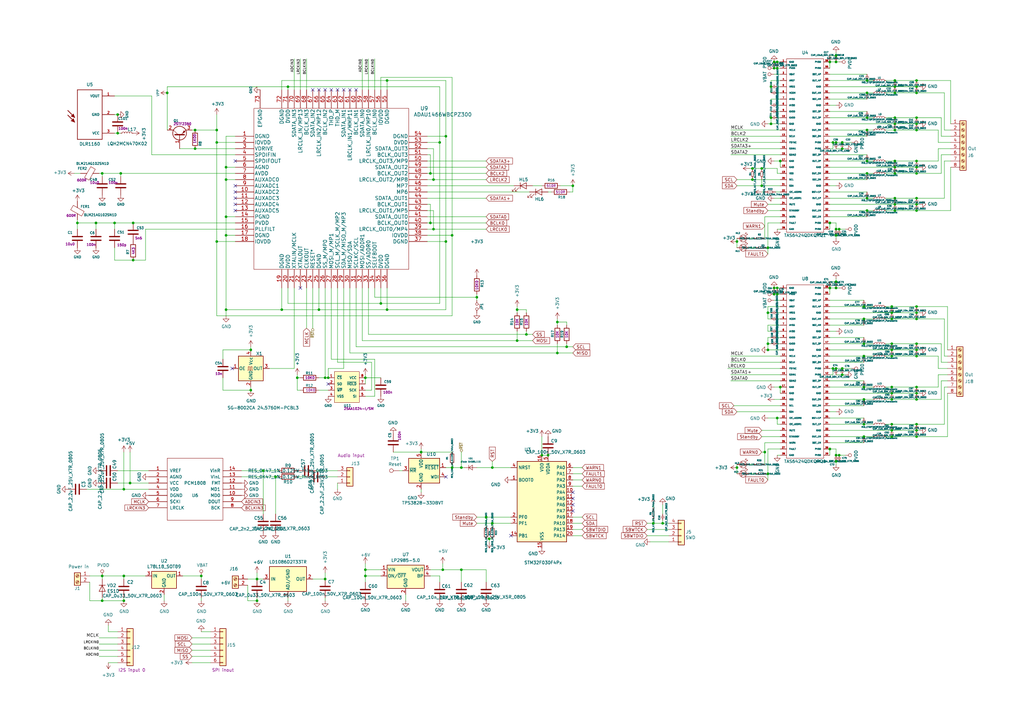
<source format=kicad_sch>
(kicad_sch (version 20211123) (generator eeschema)
  (paper "A3")
  (title_block (date "2022-01-10") (comment 2 "Хомченко В.М."))
  (junction (at 88.9 99.06))
  (junction (at 355.6 86.36))
  (junction (at 176.53 91.44))
  (junction (at 342.9 151.13))
  (junction (at 375.92 38.1))
  (junction (at 302.26 99.06))
  (junction (at 53.34 198.12))
  (junction (at 316.23 48.26))
  (junction (at 82.55 236.22))
  (junction (at 317.5 25.4))
  (junction (at 340.36 118.11))
  (junction (at 182.88 55.88))
  (junction (at 41.91 236.22))
  (junction (at 342.9 96.52))
  (junction (at 234.95 76.2))
  (junction (at 375.92 86.36))
  (junction (at 80.01 60.96))
  (junction (at 367.03 66.04))
  (junction (at 54.61 91.44))
  (junction (at 54.61 106.68))
  (junction (at 228.6 132.08))
  (junction (at 105.41 237.49))
  (junction (at 367.03 38.1))
  (junction (at 340.36 91.44))
  (junction (at 212.09 127))
  (junction (at 342.9 93.98))
  (junction (at 365.76 179.07))
  (junction (at 355.6 66.04))
  (junction (at 180.34 58.42))
  (junction (at 340.36 25.4))
  (junction (at 181.61 233.68))
  (junction (at 176.53 71.12))
  (junction (at 355.6 71.12))
  (junction (at 201.93 214.63))
  (junction (at 375.92 48.26))
  (junction (at 375.92 35.56))
  (junction (at 341.63 58.42))
  (junction (at 92.71 73.66))
  (junction (at 375.92 173.99))
  (junction (at 31.75 91.44))
  (junction (at 228.6 144.78))
  (junction (at 105.41 246.38))
  (junction (at 367.03 81.28))
  (junction (at 312.42 76.2))
  (junction (at 177.8 93.98))
  (junction (at 317.5 27.94))
  (junction (at 375.92 53.34))
  (junction (at 375.92 146.05))
  (junction (at 308.61 69.088))
  (junction (at 68.58 38.1))
  (junction (at 345.44 58.42))
  (junction (at 345.44 153.67))
  (junction (at 149.86 154.94))
  (junction (at 314.96 140.97))
  (junction (at 133.35 154.94))
  (junction (at 158.75 127))
  (junction (at 365.76 125.73))
  (junction (at 342.9 115.57))
  (junction (at 149.86 236.22))
  (junction (at 41.91 246.38))
  (junction (at 49.53 71.12))
  (junction (at 365.76 173.99))
  (junction (at 375.92 158.75))
  (junction (at 185.42 191.77))
  (junction (at 354.33 173.99))
  (junction (at 92.71 96.52))
  (junction (at 365.76 143.51))
  (junction (at 80.01 53.34))
  (junction (at 308.61 73.66))
  (junction (at 320.04 66.04))
  (junction (at 375.92 83.82))
  (junction (at 365.76 163.83))
  (junction (at 375.92 50.8))
  (junction (at 92.71 88.9))
  (junction (at 345.44 151.13))
  (junction (at 375.92 161.29))
  (junction (at 354.33 179.07))
  (junction (at 149.86 233.68))
  (junction (at 313.69 185.42))
  (junction (at 354.33 125.73))
  (junction (at 222.25 186.69))
  (junction (at 367.03 71.12))
  (junction (at 318.77 118.11))
  (junction (at 102.87 160.02))
  (junction (at 189.23 233.68))
  (junction (at 375.92 163.83))
  (junction (at 355.6 33.02))
  (junction (at 314.96 128.27))
  (junction (at 320.04 158.75))
  (junction (at 342.9 58.42))
  (junction (at 342.9 186.69))
  (junction (at 88.9 58.42))
  (junction (at 375.92 125.73))
  (junction (at 102.87 143.51))
  (junction (at 375.92 179.07))
  (junction (at 375.92 66.04))
  (junction (at 118.11 35.56))
  (junction (at 212.09 139.7))
  (junction (at 134.62 154.94))
  (junction (at 39.37 91.44))
  (junction (at 354.33 158.75))
  (junction (at 365.76 158.75))
  (junction (at 48.26 46.99))
  (junction (at 182.88 99.06))
  (junction (at 365.76 176.53))
  (junction (at 201.93 191.77))
  (junction (at 342.9 25.4))
  (junction (at 316.23 50.8))
  (junction (at 375.92 81.28))
  (junction (at 317.5 120.65))
  (junction (at 224.79 186.69))
  (junction (at 375.92 33.02))
  (junction (at 367.03 33.02))
  (junction (at 341.63 151.13))
  (junction (at 365.76 161.29))
  (junction (at 365.76 128.27))
  (junction (at 41.91 71.12))
  (junction (at 318.77 120.65))
  (junction (at 200.66 220.98))
  (junction (at 312.42 69.088))
  (junction (at 88.9 53.34))
  (junction (at 195.58 121.92))
  (junction (at 115.57 127))
  (junction (at 375.92 130.81))
  (junction (at 375.92 143.51))
  (junction (at 318.77 27.94))
  (junction (at 367.03 86.36))
  (junction (at 316.23 35.56))
  (junction (at 367.03 35.56))
  (junction (at 48.26 54.61))
  (junction (at 342.9 22.86))
  (junction (at 172.72 185.42))
  (junction (at 50.8 200.66))
  (junction (at 375.92 71.12))
  (junction (at 367.03 50.8))
  (junction (at 367.03 48.26))
  (junction (at 354.33 130.81))
  (junction (at 314.96 194.31))
  (junction (at 355.6 53.34))
  (junction (at 317.5 118.11))
  (junction (at 340.36 184.15))
  (junction (at 375.92 128.27))
  (junction (at 215.9 137.16))
  (junction (at 92.71 127))
  (junction (at 318.77 25.4))
  (junction (at 158.75 33.02))
  (junction (at 342.9 118.11))
  (junction (at 46.99 91.44))
  (junction (at 156.21 124.46))
  (junction (at 375.92 68.58))
  (junction (at 121.92 154.94))
  (junction (at 92.71 68.58))
  (junction (at 365.76 130.81))
  (junction (at 345.44 60.96))
  (junction (at 50.8 236.22))
  (junction (at 267.97 214.63))
  (junction (at 367.03 83.82))
  (junction (at 232.41 142.24))
  (junction (at 344.17 186.69))
  (junction (at 271.78 214.63))
  (junction (at 375.92 140.97))
  (junction (at 314.96 101.6))
  (junction (at 107.95 193.04))
  (junction (at 133.35 237.49))
  (junction (at 177.8 73.66))
  (junction (at 355.6 48.26))
  (junction (at 318.77 171.45))
  (junction (at 185.42 96.52))
  (junction (at 365.76 146.05))
  (junction (at 354.33 146.05))
  (junction (at 113.03 195.58))
  (junction (at 199.39 212.09))
  (junction (at 189.23 191.77))
  (junction (at 355.6 81.28))
  (junction (at 354.33 140.97))
  (junction (at 355.6 38.1))
  (junction (at 354.33 163.83))
  (junction (at 314.96 143.51))
  (junction (at 342.9 189.23))
  (junction (at 367.03 53.34))
  (junction (at 365.76 140.97))
  (junction (at 375.92 176.53))
  (junction (at 130.81 127))
  (junction (at 367.03 68.58))
  (junction (at 302.26 191.77))
  (junction (at 50.8 246.38))
  (junction (at 344.17 93.98))
  (no_connect (at 95.25 151.13))
  (no_connect (at 134.62 157.48))
  (no_connect (at 234.95 207.01))
  (no_connect (at 128.27 36.83))
  (no_connect (at 130.81 36.83))
  (no_connect (at 133.35 36.83))
  (no_connect (at 135.89 36.83))
  (no_connect (at 138.43 36.83))
  (no_connect (at 140.97 36.83))
  (no_connect (at 143.51 36.83))
  (no_connect (at 146.05 36.83))
  (no_connect (at 96.52 81.28))
  (no_connect (at 96.52 83.82))
  (no_connect (at 96.52 86.36))
  (no_connect (at 96.52 76.2))
  (no_connect (at 96.52 78.74))
  (no_connect (at 182.88 195.58))
  (no_connect (at 234.95 201.93))
  (no_connect (at 234.95 204.47))
  (no_connect (at 123.19 118.11))
  (no_connect (at 234.95 209.55))
  (no_connect (at 209.55 219.71))
  (no_connect (at 96.52 66.04))
  (wire (pts (xy 48.26 54.61) (xy 49.53 54.61)))
  (wire (pts (xy 340.36 118.11) (xy 342.9 118.11)))
  (wire (pts (xy 314.96 140.97) (xy 314.96 138.43)))
  (wire (pts (xy 365.76 176.53) (xy 375.92 176.53)))
  (wire (pts (xy 320.04 48.26) (xy 318.77 48.26)))
  (wire (pts (xy 228.6 144.78) (xy 234.95 144.78)))
  (wire (pts (xy 228.6 132.08) (xy 228.6 133.35)))
  (wire (pts (xy 367.03 50.8) (xy 375.92 50.8)))
  (wire (pts (xy 175.26 88.9) (xy 199.39 88.9)))
  (wire (pts (xy 314.96 184.15) (xy 314.96 194.31)))
  (wire (pts (xy 88.9 129.54) (xy 185.42 129.54)))
  (wire (pts (xy 128.27 118.11) (xy 128.27 134.62)))
  (wire (pts (xy 363.22 140.97) (xy 365.76 140.97)))
  (wire (pts (xy 49.53 71.12) (xy 96.52 71.12)))
  (wire (pts (xy 199.39 233.68) (xy 199.39 238.76)))
  (wire (pts (xy 99.06 195.58) (xy 113.03 195.58)))
  (wire (pts (xy 345.44 60.96) (xy 346.71 60.96)))
  (wire (pts (xy 307.34 69.088) (xy 308.61 69.088)))
  (wire (pts (xy 342.9 22.86) (xy 342.9 21.59)))
  (wire (pts (xy 107.95 193.04) (xy 114.3 193.04)))
  (wire (pts (xy 115.57 33.02) (xy 115.57 36.83)))
  (wire (pts (xy 92.71 96.52) (xy 96.52 96.52)))
  (wire (pts (xy 340.36 158.75) (xy 354.33 158.75)))
  (wire (pts (xy 363.22 158.75) (xy 365.76 158.75)))
  (wire (pts (xy 68.58 38.1) (xy 68.58 53.34)))
  (wire (pts (xy 308.61 73.66) (xy 320.04 73.66)))
  (wire (pts (xy 375.92 176.53) (xy 377.19 176.53)))
  (wire (pts (xy 39.37 91.44) (xy 39.37 93.98)))
  (wire (pts (xy 307.34 194.31) (xy 309.88 194.31)))
  (wire (pts (xy 138.43 198.12) (xy 138.43 200.66)))
  (wire (pts (xy 82.55 246.38) (xy 82.55 245.11)))
  (wire (pts (xy 46.99 91.44) (xy 54.61 91.44)))
  (wire (pts (xy 88.9 58.42) (xy 88.9 99.06)))
  (wire (pts (xy 307.34 97.79) (xy 309.118 97.79)))
  (wire (pts (xy 384.81 146.05) (xy 384.81 151.13)))
  (wire (pts (xy 318.135 78.74) (xy 320.04 78.74)))
  (wire (pts (xy 143.51 118.11) (xy 143.51 144.78)))
  (wire (pts (xy 62.23 63.5) (xy 96.52 63.5)))
  (wire (pts (xy 195.58 191.77) (xy 201.93 191.77)))
  (wire (pts (xy 363.22 163.83) (xy 365.76 163.83)))
  (wire (pts (xy 320.04 68.58) (xy 320.04 66.04)))
  (wire (pts (xy 340.36 166.37) (xy 354.33 166.37)))
  (wire (pts (xy 316.23 50.8) (xy 320.04 50.8)))
  (wire (pts (xy 341.63 60.96) (xy 341.63 58.42)))
  (wire (pts (xy 340.36 156.21) (xy 354.33 156.21)))
  (wire (pts (xy 175.26 71.12) (xy 176.53 71.12)))
  (wire (pts (xy 129.54 193.04) (xy 138.43 193.04)))
  (wire (pts (xy 342.9 186.69) (xy 344.17 186.69)))
  (wire (pts (xy 123.19 36.83) (xy 123.19 24.13)))
  (wire (pts (xy 148.59 36.83) (xy 148.59 24.13)))
  (wire (pts (xy 92.71 68.58) (xy 96.52 68.58)))
  (wire (pts (xy 172.72 185.42) (xy 161.29 185.42)))
  (wire (pts (xy 312.42 76.2) (xy 320.04 76.2)))
  (wire (pts (xy 209.55 214.63) (xy 201.93 214.63)))
  (wire (pts (xy 375.92 35.56) (xy 377.19 35.56)))
  (wire (pts (xy 130.81 118.11) (xy 130.81 127)))
  (wire (pts (xy 189.23 233.68) (xy 189.23 238.76)))
  (wire (pts (xy 363.22 130.81) (xy 365.76 130.81)))
  (wire (pts (xy 375.92 158.75) (xy 384.81 158.75)))
  (wire (pts (xy 314.96 171.45) (xy 318.77 171.45)))
  (wire (pts (xy 299.72 156.21) (xy 320.04 156.21)))
  (wire (pts (xy 314.96 128.27) (xy 314.96 130.81)))
  (wire (pts (xy 175.26 73.66) (xy 177.8 73.66)))
  (wire (pts (xy 302.26 73.66) (xy 308.61 73.66)))
  (wire (pts (xy 316.23 40.64) (xy 316.23 43.18)))
  (wire (pts (xy 312.42 176.53) (xy 320.04 176.53)))
  (wire (pts (xy 99.06 193.04) (xy 107.95 193.04)))
  (wire (pts (xy 140.97 151.13) (xy 140.97 118.11)))
  (wire (pts (xy 46.99 106.68) (xy 46.99 101.6)))
  (wire (pts (xy 134.62 151.13) (xy 134.62 154.94)))
  (wire (pts (xy 41.91 236.22) (xy 41.91 237.49)))
  (wire (pts (xy 342.9 93.98) (xy 344.17 93.98)))
  (wire (pts (xy 340.36 53.34) (xy 355.6 53.34)))
  (wire (pts (xy 386.08 140.97) (xy 386.08 148.59)))
  (wire (pts (xy 176.53 91.44) (xy 199.39 91.44)))
  (wire (pts (xy 180.34 35.56) (xy 180.34 58.42)))
  (wire (pts (xy 151.13 137.16) (xy 215.9 137.16)))
  (wire (pts (xy 340.36 91.44) (xy 342.9 91.44)))
  (wire (pts (xy 388.62 125.73) (xy 388.62 143.51)))
  (wire (pts (xy 340.36 93.98) (xy 340.36 91.44)))
  (wire (pts (xy 91.44 143.51) (xy 91.44 147.32)))
  (wire (pts (xy 375.92 38.1) (xy 387.35 38.1)))
  (wire (pts (xy 212.09 135.89) (xy 212.09 139.7)))
  (wire (pts (xy 180.34 58.42) (xy 180.34 124.46)))
  (wire (pts (xy 365.76 128.27) (xy 375.92 128.27)))
  (wire (pts (xy 189.23 191.77) (xy 190.5 191.77)))
  (wire (pts (xy 344.17 93.98) (xy 346.71 93.98)))
  (wire (pts (xy 340.36 179.07) (xy 354.33 179.07)))
  (wire (pts (xy 218.44 139.7) (xy 212.09 139.7)))
  (wire (pts (xy 148.59 139.7) (xy 212.09 139.7)))
  (wire (pts (xy 118.11 245.11) (xy 118.11 246.38)))
  (wire (pts (xy 46.99 46.99) (xy 48.26 46.99)))
  (wire (pts (xy 320.04 148.59) (xy 299.72 148.59)))
  (wire (pts (xy 320.04 43.18) (xy 318.77 43.18)))
  (wire (pts (xy 118.11 118.11) (xy 118.11 124.46)))
  (wire (pts (xy 365.76 125.73) (xy 375.92 125.73)))
  (wire (pts (xy 182.88 99.06) (xy 182.88 55.88)))
  (wire (pts (xy 354.33 163.83) (xy 358.14 163.83)))
  (wire (pts (xy 46.99 39.37) (xy 62.23 39.37)))
  (wire (pts (xy 232.41 132.08) (xy 228.6 132.08)))
  (wire (pts (xy 130.81 160.02) (xy 134.62 160.02)))
  (wire (pts (xy 92.71 127) (xy 115.57 127)))
  (wire (pts (xy 46.99 106.68) (xy 54.61 106.68)))
  (wire (pts (xy 96.52 58.42) (xy 88.9 58.42)))
  (wire (pts (xy 105.41 234.95) (xy 105.41 237.49)))
  (wire (pts (xy 180.34 236.22) (xy 180.34 238.76)))
  (wire (pts (xy 299.72 53.34) (xy 320.04 53.34)))
  (wire (pts (xy 299.72 153.67) (xy 320.04 153.67)))
  (wire (pts (xy 218.44 137.16) (xy 215.9 137.16)))
  (wire (pts (xy 375.92 53.34) (xy 384.81 53.34)))
  (wire (pts (xy 340.36 71.12) (xy 355.6 71.12)))
  (wire (pts (xy 317.5 158.75) (xy 320.04 158.75)))
  (wire (pts (xy 35.56 200.66) (xy 50.8 200.66)))
  (wire (pts (xy 228.6 140.97) (xy 228.6 144.78)))
  (wire (pts (xy 176.53 63.5) (xy 175.26 63.5)))
  (wire (pts (xy 375.92 68.58) (xy 377.19 68.58)))
  (wire (pts (xy 177.8 93.98) (xy 199.39 93.98)))
  (wire (pts (xy 149.86 231.14) (xy 149.86 233.68)))
  (wire (pts (xy 342.9 190.5) (xy 342.9 189.23)))
  (wire (pts (xy 92.71 127) (xy 92.71 129.54)))
  (wire (pts (xy 340.36 151.13) (xy 341.63 151.13)))
  (wire (pts (xy 113.03 195.58) (xy 114.3 195.58)))
  (wire (pts (xy 50.8 246.38) (xy 50.8 245.11)))
  (wire (pts (xy 44.45 259.08) (xy 48.26 259.08)))
  (wire (pts (xy 307.34 190.5) (xy 309.118 190.5)))
  (wire (pts (xy 36.83 238.76) (xy 36.83 246.38)))
  (wire (pts (xy 341.63 151.13) (xy 342.9 151.13)))
  (wire (pts (xy 175.26 76.2) (xy 210.82 76.2)))
  (wire (pts (xy 121.92 160.02) (xy 123.19 160.02)))
  (wire (pts (xy 375.92 140.97) (xy 386.08 140.97)))
  (wire (pts (xy 201.93 189.23) (xy 201.93 191.77)))
  (wire (pts (xy 363.22 38.1) (xy 367.03 38.1)))
  (wire (pts (xy 234.95 212.09) (xy 238.76 212.09)))
  (wire (pts (xy 340.36 135.89) (xy 342.9 135.89)))
  (wire (pts (xy 189.23 233.68) (xy 199.39 233.68)))
  (wire (pts (xy 143.51 144.78) (xy 228.6 144.78)))
  (wire (pts (xy 308.61 69.088) (xy 312.42 69.088)))
  (wire (pts (xy 342.9 58.42) (xy 345.44 58.42)))
  (wire (pts (xy 185.42 191.77) (xy 189.23 191.77)))
  (wire (pts (xy 78.74 261.62) (xy 86.36 261.62)))
  (wire (pts (xy 387.35 81.28) (xy 387.35 66.04)))
  (wire (pts (xy 113.03 210.82) (xy 113.03 195.58)))
  (wire (pts (xy 340.36 25.4) (xy 342.9 25.4)))
  (wire (pts (xy 320.04 130.81) (xy 318.77 130.81)))
  (wire (pts (xy 363.22 81.28) (xy 367.03 81.28)))
  (wire (pts (xy 312.42 179.07) (xy 320.04 179.07)))
  (wire (pts (xy 340.36 58.42) (xy 341.63 58.42)))
  (wire (pts (xy 265.43 219.71) (xy 274.32 219.71)))
  (wire (pts (xy 92.71 88.9) (xy 96.52 88.9)))
  (wire (pts (xy 185.42 96.52) (xy 185.42 129.54)))
  (wire (pts (xy 320.04 40.64) (xy 316.23 40.64)))
  (wire (pts (xy 384.81 153.67) (xy 388.62 153.67)))
  (wire (pts (xy 317.5 27.94) (xy 318.77 27.94)))
  (wire (pts (xy 200.66 222.25) (xy 200.66 220.98)))
  (wire (pts (xy 314.96 86.36) (xy 320.04 86.36)))
  (wire (pts (xy 92.71 73.66) (xy 92.71 88.9)))
  (wire (pts (xy 212.09 125.73) (xy 212.09 127)))
  (wire (pts (xy 149.86 162.56) (xy 153.67 162.56)))
  (wire (pts (xy 313.69 88.9) (xy 320.04 88.9)))
  (wire (pts (xy 67.31 246.38) (xy 67.31 243.84)))
  (wire (pts (xy 175.26 93.98) (xy 177.8 93.98)))
  (wire (pts (xy 365.76 163.83) (xy 375.92 163.83)))
  (wire (pts (xy 36.83 246.38) (xy 41.91 246.38)))
  (wire (pts (xy 375.92 50.8) (xy 377.19 50.8)))
  (wire (pts (xy 316.23 48.26) (xy 316.23 45.72)))
  (wire (pts (xy 50.8 200.66) (xy 60.96 200.66)))
  (wire (pts (xy 314.96 133.35) (xy 314.96 135.89)))
  (wire (pts (xy 354.33 158.75) (xy 358.14 158.75)))
  (wire (pts (xy 375.92 33.02) (xy 389.89 33.02)))
  (wire (pts (xy 118.11 124.46) (xy 156.21 124.46)))
  (wire (pts (xy 50.8 185.42) (xy 50.8 200.66)))
  (wire (pts (xy 386.08 71.12) (xy 386.08 63.5)))
  (wire (pts (xy 384.81 58.42) (xy 389.89 58.42)))
  (wire (pts (xy 92.71 55.88) (xy 92.71 68.58)))
  (wire (pts (xy 355.6 48.26) (xy 358.14 48.26)))
  (wire (pts (xy 345.44 151.13) (xy 349.25 151.13)))
  (wire (pts (xy 96.52 73.66) (xy 92.71 73.66)))
  (wire (pts (xy 215.9 127) (xy 215.9 128.27)))
  (wire (pts (xy 386.08 55.88) (xy 389.89 55.88)))
  (wire (pts (xy 149.86 153.67) (xy 149.86 154.94)))
  (wire (pts (xy 232.41 142.24) (xy 234.95 142.24)))
  (wire (pts (xy 80.01 60.96) (xy 96.52 60.96)))
  (wire (pts (xy 153.67 121.92) (xy 195.58 121.92)))
  (wire (pts (xy 299.72 60.96) (xy 320.04 60.96)))
  (wire (pts (xy 175.26 55.88) (xy 182.88 55.88)))
  (wire (pts (xy 384.81 151.13) (xy 388.62 151.13)))
  (wire (pts (xy 344.17 186.69) (xy 346.71 186.69)))
  (wire (pts (xy 92.71 88.9) (xy 92.71 96.52)))
  (wire (pts (xy 78.74 269.24) (xy 86.36 269.24)))
  (wire (pts (xy 135.89 118.11) (xy 135.89 147.32)))
  (wire (pts (xy 317.5 120.65) (xy 318.77 120.65)))
  (wire (pts (xy 387.35 66.04) (xy 389.89 66.04)))
  (wire (pts (xy 54.61 91.44) (xy 96.52 91.44)))
  (wire (pts (xy 316.23 35.56) (xy 316.23 38.1)))
  (wire (pts (xy 314.96 50.8) (xy 316.23 50.8)))
  (wire (pts (xy 149.86 233.68) (xy 156.21 233.68)))
  (wire (pts (xy 199.39 215.9) (xy 199.39 212.09)))
  (wire (pts (xy 314.96 125.73) (xy 314.96 128.27)))
  (wire (pts (xy 302.26 97.79) (xy 302.26 99.06)))
  (wire (pts (xy 153.67 147.32) (xy 135.89 147.32)))
  (wire (pts (xy 181.61 233.68) (xy 189.23 233.68)))
  (wire (pts (xy 299.72 55.88) (xy 320.04 55.88)))
  (wire (pts (xy 152.4 160.02) (xy 152.4 148.59)))
  (wire (pts (xy 342.9 153.67) (xy 345.44 153.67)))
  (wire (pts (xy 375.92 143.51) (xy 377.19 143.51)))
  (wire (pts (xy 102.87 142.24) (xy 102.87 143.51)))
  (wire (pts (xy 234.95 76.2) (xy 234.95 78.74)))
  (wire (pts (xy 340.36 168.91) (xy 342.9 168.91)))
  (wire (pts (xy 133.35 246.38) (xy 133.35 245.11)))
  (wire (pts (xy 91.44 160.02) (xy 91.44 154.94)))
  (wire (pts (xy 176.53 71.12) (xy 199.39 71.12)))
  (wire (pts (xy 320.04 58.42) (xy 299.72 58.42)))
  (wire (pts (xy 375.92 161.29) (xy 377.19 161.29)))
  (wire (pts (xy 341.63 153.67) (xy 341.63 151.13)))
  (wire (pts (xy 302.26 191.77) (xy 302.26 194.31)))
  (wire (pts (xy 48.26 193.04) (xy 60.96 193.04)))
  (wire (pts (xy 318.77 173.99) (xy 318.77 171.45)))
  (wire (pts (xy 384.81 53.34) (xy 384.81 58.42)))
  (wire (pts (xy 201.93 214.63) (xy 195.58 214.63)))
  (wire (pts (xy 149.86 160.02) (xy 152.4 160.02)))
  (wire (pts (xy 172.72 200.66) (xy 172.72 201.93)))
  (wire (pts (xy 320.04 71.12) (xy 318.77 71.12)))
  (wire (pts (xy 363.22 48.26) (xy 367.03 48.26)))
  (wire (pts (xy 320.04 138.43) (xy 318.77 138.43)))
  (wire (pts (xy 375.92 86.36) (xy 389.89 86.36)))
  (wire (pts (xy 317.5 25.4) (xy 318.77 25.4)))
  (wire (pts (xy 218.44 76.2) (xy 222.25 76.2)))
  (wire (pts (xy 222.25 186.69) (xy 222.25 179.07)))
  (wire (pts (xy 354.33 146.05) (xy 358.14 146.05)))
  (wire (pts (xy 149.86 236.22) (xy 149.86 238.76)))
  (wire (pts (xy 340.36 45.72) (xy 355.6 45.72)))
  (wire (pts (xy 367.03 35.56) (xy 375.92 35.56)))
  (wire (pts (xy 130.81 127) (xy 158.75 127)))
  (wire (pts (xy 105.41 237.49) (xy 107.95 237.49)))
  (wire (pts (xy 302.26 99.06) (xy 302.26 101.6)))
  (wire (pts (xy 354.33 179.07) (xy 358.14 179.07)))
  (wire (pts (xy 316.23 50.8) (xy 316.23 48.26)))
  (wire (pts (xy 201.93 220.98) (xy 200.66 220.98)))
  (wire (pts (xy 384.81 66.04) (xy 384.81 60.96)))
  (wire (pts (xy 386.08 156.21) (xy 388.62 156.21)))
  (wire (pts (xy 175.26 66.04) (xy 199.39 66.04)))
  (wire (pts (xy 177.8 93.98) (xy 177.8 86.36)))
  (wire (pts (xy 158.75 33.02) (xy 158.75 36.83)))
  (wire (pts (xy 163.83 193.04) (xy 165.1 193.04)))
  (wire (pts (xy 363.22 33.02) (xy 367.03 33.02)))
  (wire (pts (xy 375.92 71.12) (xy 386.08 71.12)))
  (wire (pts (xy 177.8 73.66) (xy 177.8 60.96)))
  (wire (pts (xy 340.36 68.58) (xy 367.03 68.58)))
  (wire (pts (xy 340.36 43.18) (xy 342.9 43.18)))
  (wire (pts (xy 320.04 128.27) (xy 318.77 128.27)))
  (wire (pts (xy 78.74 53.34) (xy 80.01 53.34)))
  (wire (pts (xy 340.36 161.29) (xy 365.76 161.29)))
  (wire (pts (xy 234.95 214.63) (xy 238.76 214.63)))
  (wire (pts (xy 340.36 86.36) (xy 355.6 86.36)))
  (wire (pts (xy 120.65 36.83) (xy 120.65 24.13)))
  (wire (pts (xy 365.76 158.75) (xy 375.92 158.75)))
  (wire (pts (xy 133.35 154.94) (xy 134.62 154.94)))
  (wire (pts (xy 340.36 153.67) (xy 341.63 153.67)))
  (wire (pts (xy 340.36 184.15) (xy 342.9 184.15)))
  (wire (pts (xy 340.36 130.81) (xy 354.33 130.81)))
  (wire (pts (xy 375.92 125.73) (xy 388.62 125.73)))
  (wire (pts (xy 389.89 86.36) (xy 389.89 68.58)))
  (wire (pts (xy 300.99 166.37) (xy 320.04 166.37)))
  (wire (pts (xy 354.33 173.99) (xy 358.14 173.99)))
  (wire (pts (xy 68.58 35.56) (xy 68.58 38.1)))
  (wire (pts (xy 185.42 96.52) (xy 185.42 31.75)))
  (wire (pts (xy 224.79 78.74) (xy 226.06 78.74)))
  (wire (pts (xy 149.86 236.22) (xy 149.86 233.68)))
  (wire (pts (xy 54.61 106.68) (xy 59.69 106.68)))
  (wire (pts (xy 318.77 186.69) (xy 320.04 186.69)))
  (wire (pts (xy 355.6 71.12) (xy 358.14 71.12)))
  (wire (pts (xy 267.97 207.01) (xy 267.97 208.28)))
  (wire (pts (xy 195.58 121.92) (xy 195.58 123.19)))
  (wire (pts (xy 387.35 53.34) (xy 389.89 53.34)))
  (wire (pts (xy 101.6 246.38) (xy 105.41 246.38)))
  (wire (pts (xy 46.99 54.61) (xy 48.26 54.61)))
  (wire (pts (xy 31.75 91.44) (xy 39.37 91.44)))
  (wire (pts (xy 340.36 48.26) (xy 355.6 48.26)))
  (wire (pts (xy 340.36 55.88) (xy 355.6 55.88)))
  (wire (pts (xy 387.35 130.81) (xy 387.35 146.05)))
  (wire (pts (xy 195.58 120.65) (xy 195.58 121.92)))
  (wire (pts (xy 314.96 135.89) (xy 316.23 135.89)))
  (wire (pts (xy 180.34 58.42) (xy 175.26 58.42)))
  (wire (pts (xy 340.36 148.59) (xy 354.33 148.59)))
  (wire (pts (xy 363.22 173.99) (xy 365.76 173.99)))
  (wire (pts (xy 115.57 127) (xy 130.81 127)))
  (wire (pts (xy 316.23 140.97) (xy 314.96 140.97)))
  (wire (pts (xy 234.95 191.77) (xy 238.76 191.77)))
  (wire (pts (xy 40.64 71.12) (xy 41.91 71.12)))
  (wire (pts (xy 201.93 191.77) (xy 209.55 191.77)))
  (wire (pts (xy 185.42 190.5) (xy 185.42 191.77)))
  (wire (pts (xy 340.36 163.83) (xy 354.33 163.83)))
  (wire (pts (xy 101.6 237.49) (xy 105.41 237.49)))
  (wire (pts (xy 320.04 45.72) (xy 318.77 45.72)))
  (wire (pts (xy 375.92 146.05) (xy 384.81 146.05)))
  (wire (pts (xy 340.36 76.2) (xy 342.9 76.2)))
  (wire (pts (xy 271.78 214.63) (xy 274.32 214.63)))
  (wire (pts (xy 133.35 234.95) (xy 133.35 237.49)))
  (wire (pts (xy 340.36 73.66) (xy 355.6 73.66)))
  (wire (pts (xy 375.92 130.81) (xy 387.35 130.81)))
  (wire (pts (xy 320.04 161.29) (xy 320.04 158.75)))
  (wire (pts (xy 59.69 106.68) (xy 59.69 93.98)))
  (wire (pts (xy 44.45 256.54) (xy 44.45 259.08)))
  (wire (pts (xy 182.88 55.88) (xy 182.88 33.02)))
  (wire (pts (xy 355.6 86.36) (xy 358.14 86.36)))
  (wire (pts (xy 314.96 194.31) (xy 314.96 196.85)))
  (wire (pts (xy 344.17 189.23) (xy 342.9 189.23)))
  (wire (pts (xy 48.26 198.12) (xy 53.34 198.12)))
  (wire (pts (xy 340.36 171.45) (xy 354.33 171.45)))
  (wire (pts (xy 41.91 71.12) (xy 49.53 71.12)))
  (wire (pts (xy 365.76 140.97) (xy 375.92 140.97)))
  (wire (pts (xy 340.36 33.02) (xy 355.6 33.02)))
  (wire (pts (xy 320.04 173.99) (xy 318.77 173.99)))
  (wire (pts (xy 185.42 31.75) (xy 156.21 31.75)))
  (wire (pts (xy 49.53 71.12) (xy 49.53 72.39)))
  (wire (pts (xy 176.53 236.22) (xy 180.34 236.22)))
  (wire (pts (xy 175.26 99.06) (xy 182.88 99.06)))
  (wire (pts (xy 312.42 73.66) (xy 312.42 76.2)))
  (wire (pts (xy 314.452 194.31) (xy 314.96 194.31)))
  (wire (pts (xy 177.8 60.96) (xy 175.26 60.96)))
  (wire (pts (xy 384.81 158.75) (xy 384.81 153.67)))
  (wire (pts (xy 149.86 154.94) (xy 149.86 157.48)))
  (wire (pts (xy 232.41 132.08) (xy 232.41 133.35)))
  (wire (pts (xy 317.5 163.83) (xy 320.04 163.83)))
  (wire (pts (xy 312.42 185.42) (xy 313.69 185.42)))
  (wire (pts (xy 82.55 237.49) (xy 82.55 236.22)))
  (wire (pts (xy 363.22 53.34) (xy 367.03 53.34)))
  (wire (pts (xy 312.42 78.74) (xy 313.563 78.74)))
  (wire (pts (xy 41.91 236.22) (xy 50.8 236.22)))
  (wire (pts (xy 367.03 48.26) (xy 375.92 48.26)))
  (wire (pts (xy 59.69 93.98) (xy 96.52 93.98)))
  (wire (pts (xy 340.36 138.43) (xy 354.33 138.43)))
  (wire (pts (xy 314.96 128.27) (xy 316.23 128.27)))
  (wire (pts (xy 342.9 115.57) (xy 342.9 114.3)))
  (wire (pts (xy 340.36 123.19) (xy 354.33 123.19)))
  (wire (pts (xy 340.36 115.57) (xy 342.9 115.57)))
  (wire (pts (xy 102.87 160.02) (xy 91.44 160.02)))
  (wire (pts (xy 365.76 143.51) (xy 375.92 143.51)))
  (wire (pts (xy 46.99 91.44) (xy 46.99 93.98)))
  (wire (pts (xy 318.77 171.45) (xy 320.04 171.45)))
  (wire (pts (xy 181.61 233.68) (xy 181.61 231.14)))
  (wire (pts (xy 354.33 125.73) (xy 358.14 125.73)))
  (wire (pts (xy 313.69 185.42) (xy 313.69 181.61)))
  (wire (pts (xy 120.65 118.11) (xy 120.65 151.13)))
  (wire (pts (xy 314.452 101.6) (xy 314.96 101.6)))
  (wire (pts (xy 267.97 214.63) (xy 271.78 214.63)))
  (wire (pts (xy 105.41 246.38) (xy 105.41 245.11)))
  (wire (pts (xy 320.04 81.28) (xy 317.5 81.28)))
  (wire (pts (xy 182.88 99.06) (xy 182.88 127)))
  (wire (pts (xy 389.89 33.02) (xy 389.89 50.8)))
  (wire (pts (xy 367.03 81.28) (xy 375.92 81.28)))
  (wire (pts (xy 355.6 33.02) (xy 358.14 33.02)))
  (wire (pts (xy 130.81 154.94) (xy 133.35 154.94)))
  (wire (pts (xy 367.03 86.36) (xy 375.92 86.36)))
  (wire (pts (xy 317.5 118.11) (xy 318.77 118.11)))
  (wire (pts (xy 102.87 158.75) (xy 102.87 160.02)))
  (wire (pts (xy 265.43 217.17) (xy 274.32 217.17)))
  (wire (pts (xy 340.36 83.82) (xy 367.03 83.82)))
  (wire (pts (xy 149.86 154.94) (xy 156.21 154.94)))
  (wire (pts (xy 375.92 128.27) (xy 377.19 128.27)))
  (wire (pts (xy 152.4 148.59) (xy 138.43 148.59)))
  (wire (pts (xy 384.81 60.96) (xy 389.89 60.96)))
  (wire (pts (xy 317.5 30.48) (xy 320.04 30.48)))
  (wire (pts (xy 367.03 66.04) (xy 375.92 66.04)))
  (wire (pts (xy 340.36 128.27) (xy 365.76 128.27)))
  (wire (pts (xy 125.73 195.58) (xy 121.92 195.58)))
  (wire (pts (xy 355.6 38.1) (xy 358.14 38.1)))
  (wire (pts (xy 146.05 142.24) (xy 232.41 142.24)))
  (wire (pts (xy 50.8 237.49) (xy 50.8 236.22)))
  (wire (pts (xy 265.43 214.63) (xy 267.97 214.63)))
  (wire (pts (xy 177.8 73.66) (xy 199.39 73.66)))
  (wire (pts (xy 40.64 266.7) (xy 48.26 266.7)))
  (wire (pts (xy 340.36 120.65) (xy 340.36 118.11)))
  (wire (pts (xy 176.53 71.12) (xy 176.53 63.5)))
  (wire (pts (xy 345.44 58.42) (xy 349.25 58.42)))
  (wire (pts (xy 314.96 130.81) (xy 316.23 130.81)))
  (wire (pts (xy 340.36 143.51) (xy 365.76 143.51)))
  (wire (pts (xy 340.36 176.53) (xy 365.76 176.53)))
  (wire (pts (xy 175.26 78.74) (xy 217.17 78.74)))
  (wire (pts (xy 365.76 146.05) (xy 375.92 146.05)))
  (wire (pts (xy 101.6 240.03) (xy 101.6 246.38)))
  (wire (pts (xy 172.72 184.15) (xy 172.72 185.42)))
  (wire (pts (xy 229.87 76.2) (xy 234.95 76.2)))
  (wire (pts (xy 340.36 133.35) (xy 354.33 133.35)))
  (wire (pts (xy 234.95 78.74) (xy 233.68 78.74)))
  (wire (pts (xy 340.36 78.74) (xy 355.6 78.74)))
  (wire (pts (xy 314.96 143.51) (xy 320.04 143.51)))
  (wire (pts (xy 234.95 219.71) (xy 238.76 219.71)))
  (wire (pts (xy 121.92 153.67) (xy 121.92 154.94)))
  (wire (pts (xy 200.66 220.98) (xy 199.39 220.98)))
  (wire (pts (xy 234.95 196.85) (xy 238.76 196.85)))
  (wire (pts (xy 340.36 60.96) (xy 341.63 60.96)))
  (wire (pts (xy 313.69 190.5) (xy 313.69 185.42)))
  (wire (pts (xy 320.04 33.02) (xy 316.23 33.02)))
  (wire (pts (xy 153.67 162.56) (xy 153.67 147.32)))
  (wire (pts (xy 50.8 236.22) (xy 59.69 236.22)))
  (wire (pts (xy 363.22 179.07) (xy 365.76 179.07)))
  (wire (pts (xy 320.04 135.89) (xy 318.77 135.89)))
  (wire (pts (xy 30.48 71.12) (xy 33.02 71.12)))
  (wire (pts (xy 314.96 101.6) (xy 314.96 104.14)))
  (wire (pts (xy 73.66 60.96) (xy 80.01 60.96)))
  (wire (pts (xy 151.13 137.16) (xy 151.13 118.11)))
  (wire (pts (xy 314.96 184.15) (xy 320.04 184.15)))
  (wire (pts (xy 302.26 190.5) (xy 302.26 191.77)))
  (wire (pts (xy 153.67 36.83) (xy 153.67 24.13)))
  (wire (pts (xy 341.63 58.42) (xy 342.9 58.42)))
  (wire (pts (xy 317.5 66.04) (xy 320.04 66.04)))
  (wire (pts (xy 318.77 120.65) (xy 320.04 120.65)))
  (wire (pts (xy 185.42 185.42) (xy 172.72 185.42)))
  (wire (pts (xy 234.95 194.31) (xy 238.76 194.31)))
  (wire (pts (xy 232.41 140.97) (xy 232.41 142.24)))
  (wire (pts (xy 199.39 212.09) (xy 195.58 212.09)))
  (wire (pts (xy 320.04 125.73) (xy 314.96 125.73)))
  (wire (pts (xy 120.65 151.13) (xy 110.49 151.13)))
  (wire (pts (xy 375.92 173.99) (xy 387.35 173.99)))
  (wire (pts (xy 342.9 184.15) (xy 342.9 186.69)))
  (wire (pts (xy 88.9 99.06) (xy 88.9 129.54)))
  (wire (pts (xy 340.36 125.73) (xy 354.33 125.73)))
  (wire (pts (xy 320.04 151.13) (xy 298.45 151.13)))
  (wire (pts (xy 121.92 154.94) (xy 123.19 154.94)))
  (wire (pts (xy 92.71 68.58) (xy 92.71 73.66)))
  (wire (pts (xy 387.35 38.1) (xy 387.35 53.34)))
  (wire (pts (xy 31.75 90.17) (xy 31.75 91.44)))
  (wire (pts (xy 355.6 81.28) (xy 358.14 81.28)))
  (wire (pts (xy 342.9 25.4) (xy 344.17 25.4)))
  (wire (pts (xy 153.67 118.11) (xy 153.67 121.92)))
  (wire (pts (xy 302.26 168.91) (xy 320.04 168.91)))
  (wire (pts (xy 156.21 31.75) (xy 156.21 36.83)))
  (wire (pts (xy 41.91 245.11) (xy 41.91 246.38)))
  (wire (pts (xy 354.33 130.81) (xy 358.14 130.81)))
  (wire (pts (xy 224.79 186.69) (xy 222.25 186.69)))
  (wire (pts (xy 182.88 33.02) (xy 158.75 33.02)))
  (wire (pts (xy 133.35 118.11) (xy 133.35 154.94)))
  (wire (pts (xy 355.6 66.04) (xy 358.14 66.04)))
  (wire (pts (xy 302.26 76.2) (xy 312.42 76.2)))
  (wire (pts (xy 215.9 127) (xy 212.09 127)))
  (wire (pts (xy 318.77 25.4) (xy 320.04 25.4)))
  (wire (pts (xy 314.96 91.44) (xy 314.96 101.6)))
  (wire (pts (xy 271.78 213.36) (xy 271.78 214.63)))
  (wire (pts (xy 340.36 146.05) (xy 354.33 146.05)))
  (wire (pts (xy 367.03 71.12) (xy 375.92 71.12)))
  (wire (pts (xy 41.91 246.38) (xy 50.8 246.38)))
  (wire (pts (xy 115.57 118.11) (xy 115.57 127)))
  (wire (pts (xy 133.35 195.58) (xy 138.43 195.58)))
  (wire (pts (xy 340.36 38.1) (xy 355.6 38.1)))
  (wire (pts (xy 36.83 236.22) (xy 41.91 236.22)))
  (wire (pts (xy 340.36 186.69) (xy 340.36 184.15)))
  (wire (pts (xy 314.96 83.82) (xy 320.04 83.82)))
  (wire (pts (xy 118.11 35.56) (xy 68.58 35.56)))
  (wire (pts (xy 313.69 88.9) (xy 313.69 97.79)))
  (wire (pts (xy 363.22 146.05) (xy 365.76 146.05)))
  (wire (pts (xy 146.05 118.11) (xy 146.05 142.24)))
  (wire (pts (xy 386.08 148.59) (xy 388.62 148.59)))
  (wire (pts (xy 367.03 38.1) (xy 375.92 38.1)))
  (wire (pts (xy 102.87 143.51) (xy 91.44 143.51)))
  (wire (pts (xy 271.78 207.01) (xy 271.78 210.82)))
  (wire (pts (xy 340.36 88.9) (xy 355.6 88.9)))
  (wire (pts (xy 317.5 123.19) (xy 320.04 123.19)))
  (wire (pts (xy 316.23 33.02) (xy 316.23 35.56)))
  (wire (pts (xy 39.37 91.44) (xy 46.99 91.44)))
  (wire (pts (xy 234.95 217.17) (xy 238.76 217.17)))
  (wire (pts (xy 156.21 124.46) (xy 180.34 124.46)))
  (wire (pts (xy 86.36 259.08) (xy 82.55 259.08)))
  (wire (pts (xy 88.9 58.42) (xy 88.9 53.34)))
  (wire (pts (xy 340.36 66.04) (xy 355.6 66.04)))
  (wire (pts (xy 48.26 261.62) (xy 40.64 261.62)))
  (wire (pts (xy 40.64 269.24) (xy 48.26 269.24)))
  (wire (pts (xy 148.59 118.11) (xy 148.59 139.7)))
  (wire (pts (xy 189.23 185.42) (xy 189.23 191.77)))
  (wire (pts (xy 340.36 30.48) (xy 355.6 30.48)))
  (wire (pts (xy 340.36 140.97) (xy 354.33 140.97)))
  (wire (pts (xy 201.93 215.9) (xy 201.93 214.63)))
  (wire (pts (xy 299.72 146.05) (xy 320.04 146.05)))
  (wire (pts (xy 340.36 173.99) (xy 354.33 173.99)))
  (wire (pts (xy 307.34 101.6) (xy 309.88 101.6)))
  (wire (pts (xy 320.04 38.1) (xy 318.77 38.1)))
  (wire (pts (xy 363.22 66.04) (xy 367.03 66.04)))
  (wire (pts (xy 88.9 53.34) (xy 88.9 46.99)))
  (wire (pts (xy 176.53 233.68) (xy 181.61 233.68)))
  (wire (pts (xy 340.36 181.61) (xy 354.33 181.61)))
  (wire (pts (xy 340.36 35.56) (xy 367.03 35.56)))
  (wire (pts (xy 176.53 91.44) (xy 176.53 83.82)))
  (wire (pts (xy 314.96 143.51) (xy 314.96 140.97)))
  (wire (pts (xy 313.69 181.61) (xy 320.04 181.61)))
  (wire (pts (xy 156.21 118.11) (xy 156.21 124.46)))
  (wire (pts (xy 363.22 86.36) (xy 367.03 86.36)))
  (wire (pts (xy 375.92 179.07) (xy 388.62 179.07)))
  (wire (pts (xy 365.76 130.81) (xy 375.92 130.81)))
  (wire (pts (xy 318.77 69.088) (xy 318.77 71.12)))
  (wire (pts (xy 386.08 48.26) (xy 386.08 55.88)))
  (wire (pts (xy 340.36 22.86) (xy 342.9 22.86)))
  (wire (pts (xy 387.35 158.75) (xy 388.62 158.75)))
  (wire (pts (xy 128.27 237.49) (xy 133.35 237.49)))
  (wire (pts (xy 151.13 36.83) (xy 151.13 24.13)))
  (wire (pts (xy 355.6 53.34) (xy 358.14 53.34)))
  (wire (pts (xy 363.22 71.12) (xy 367.03 71.12)))
  (wire (pts (xy 342.9 151.13) (xy 345.44 151.13)))
  (wire (pts (xy 78.74 271.78) (xy 86.36 271.78)))
  (wire (pts (xy 340.36 81.28) (xy 355.6 81.28)))
  (wire (pts (xy 92.71 96.52) (xy 92.71 127)))
  (wire (pts (xy 53.34 185.42) (xy 53.34 198.12)))
  (wire (pts (xy 212.09 127) (xy 212.09 128.27)))
  (wire (pts (xy 78.74 264.16) (xy 86.36 264.16)))
  (wire (pts (xy 365.76 179.07) (xy 375.92 179.07)))
  (wire (pts (xy 177.8 86.36) (xy 175.26 86.36)))
  (wire (pts (xy 96.52 55.88) (xy 92.71 55.88)))
  (wire (pts (xy 158.75 127) (xy 182.88 127)))
  (wire (pts (xy 175.26 91.44) (xy 176.53 91.44)))
  (wire (pts (xy 53.34 198.12) (xy 60.96 198.12)))
  (wire (pts (xy 340.36 40.64) (xy 355.6 40.64)))
  (wire (pts (xy 344.17 96.52) (xy 342.9 96.52)))
  (wire (pts (xy 41.91 72.39) (xy 41.91 71.12)))
  (wire (pts (xy 320.04 35.56) (xy 318.77 35.56)))
  (wire (pts (xy 234.95 199.39) (xy 238.76 199.39)))
  (wire (pts (xy 318.77 93.98) (xy 320.04 93.98)))
  (wire (pts (xy 175.26 81.28) (xy 199.39 81.28)))
  (wire (pts (xy 175.26 96.52) (xy 185.42 96.52)))
  (wire (pts (xy 314.96 138.43) (xy 316.23 138.43)))
  (wire (pts (xy 74.93 236.22) (xy 82.55 236.22)))
  (wire (pts (xy 367.03 33.02) (xy 375.92 33.02)))
  (wire (pts (xy 320.04 133.35) (xy 314.96 133.35)))
  (wire (pts (xy 125.73 118.11) (xy 125.73 134.62)))
  (wire (pts (xy 118.11 35.56) (xy 118.11 36.83)))
  (wire (pts (xy 158.75 33.02) (xy 115.57 33.02)))
  (wire (pts (xy 156.21 236.22) (xy 149.86 236.22)))
  (wire (pts (xy 320.04 140.97) (xy 318.77 140.97)))
  (wire (pts (xy 228.6 130.81) (xy 228.6 132.08)))
  (wire (pts (xy 314.96 91.44) (xy 320.04 91.44)))
  (wire (pts (xy 318.77 69.088) (xy 312.42 69.088)))
  (wire (pts (xy 340.36 50.8) (xy 367.03 50.8)))
  (wire (pts (xy 375.92 81.28) (xy 387.35 81.28)))
  (wire (pts (xy 387.35 173.99) (xy 387.35 158.75)))
  (wire (pts (xy 166.37 243.84) (xy 166.37 246.38)))
  (wire (pts (xy 31.75 91.44) (xy 31.75 93.98)))
  (wire (pts (xy 299.72 63.5) (xy 320.04 63.5)))
  (wire (pts (xy 375.92 66.04) (xy 384.81 66.04)))
  (wire (pts (xy 134.62 151.13) (xy 140.97 151.13)))
  (wire (pts (xy 375.92 83.82) (xy 377.19 83.82)))
  (wire (pts (xy 107.95 193.04) (xy 107.95 210.82)))
  (wire (pts (xy 158.75 118.11) (xy 158.75 127)))
  (wire (pts (xy 365.76 173.99) (xy 375.92 173.99)))
  (wire (pts (xy 375.92 163.83) (xy 386.08 163.83)))
  (wire (pts (xy 354.33 140.97) (xy 358.14 140.97)))
  (wire (pts (xy 215.9 135.89) (xy 215.9 137.16)))
  (wire (pts (xy 365.76 161.29) (xy 375.92 161.29)))
  (wire (pts (xy 62.23 39.37) (xy 62.23 63.5)))
  (wire (pts (xy 267.97 212.852) (xy 267.97 214.63)))
  (wire (pts (xy 375.92 48.26) (xy 386.08 48.26)))
  (wire (pts (xy 40.64 264.16) (xy 48.26 264.16)))
  (wire (pts (xy 138.43 118.11) (xy 138.43 148.59)))
  (wire (pts (xy 118.11 35.56) (xy 180.34 35.56)))
  (wire (pts (xy 367.03 53.34) (xy 375.92 53.34)))
  (wire (pts (xy 345.44 153.67) (xy 346.71 153.67)))
  (wire (pts (xy 342.9 91.44) (xy 342.9 93.98)))
  (wire (pts (xy 386.08 63.5) (xy 389.89 63.5)))
  (wire (pts (xy 388.62 179.07) (xy 388.62 161.29)))
  (wire (pts (xy 387.35 146.05) (xy 388.62 146.05)))
  (wire (pts (xy 48.26 271.78) (xy 44.45 271.78)))
  (wire (pts (xy 121.92 154.94) (xy 121.92 160.02)))
  (wire (pts (xy 342.9 97.79) (xy 342.9 96.52)))
  (wire (pts (xy 209.55 212.09) (xy 199.39 212.09)))
  (wire (pts (xy 80.01 53.34) (xy 88.9 53.34)))
  (wire (pts (xy 386.08 163.83) (xy 386.08 156.21)))
  (wire (pts (xy 78.74 266.7) (xy 86.36 266.7)))
  (wire (pts (xy 266.7 222.25) (xy 274.32 222.25)))
  (wire (pts (xy 340.36 27.94) (xy 340.36 25.4)))
  (wire (pts (xy 342.9 118.11) (xy 344.17 118.11)))
  (wire (pts (xy 318.77 118.11) (xy 320.04 118.11)))
  (wire (pts (xy 88.9 99.06) (xy 96.52 99.06)))
  (wire (pts (xy 176.53 83.82) (xy 175.26 83.82)))
  (wire (pts (xy 363.22 125.73) (xy 365.76 125.73)))
  (wire (pts (xy 175.26 68.58) (xy 199.39 68.58)))
  (wire (pts (xy 125.73 36.83) (xy 125.73 24.13)))
  (wire (pts (xy 367.03 83.82) (xy 375.92 83.82)))
  (wire (pts (xy 182.88 191.77) (xy 185.42 191.77)))
  (wire (pts (xy 342.9 60.96) (xy 345.44 60.96)))
  (wire (pts (xy 367.03 68.58) (xy 375.92 68.58)))
  (wire (pts (xy 318.77 27.94) (xy 320.04 27.94)))
  (wire (pts (xy 340.36 63.5) (xy 355.6 63.5)))
  (label "LRCLK0" (at 298.45 151.13 0))
  (label "MCLK" (at 299.72 53.34 0))
  (label "LRCLK2" (at 299.72 58.42 0))
  (label "MCLK" (at 299.72 146.05 0))
  (label "SDATA1+" (at 299.72 153.67 0))
  (label "MCLK" (at 40.64 261.62 180))
  (label "LRCKIN0" (at 40.64 264.16 180) (effects (font (size 0.9906 0.9906))))
  (label "BCLK0" (at 299.72 148.59 0))
  (label "SDATA3+" (at 299.72 60.96 0))
  (label "BCLKIN0" (at 153.67 24.13 270) (effects (font (size 0.9906 0.9906))))
  (label "LRCKIN3" (at 123.19 24.13 270) (effects (font (size 0.9906 0.9906))))
  (label "ADCIN0" (at 40.64 269.24 180) (effects (font (size 0.9906 0.9906))))
  (label "ADCIN3" (at 120.65 24.13 270) (effects (font (size 0.9906 0.9906))))
  (label "BCLK2" (at 299.72 55.88 0))
  (label "ADCIN0" (at 148.59 24.13 270) (effects (font (size 0.9906 0.9906))))
  (label "SDATA0" (at 299.72 156.21 0))
  (label "SDATA2" (at 299.72 63.5 0))
  (label "BCLKIN0" (at 40.64 266.7 180) (effects (font (size 0.9906 0.9906))))
  (label "LRCKIN0" (at 151.13 24.13 270) (effects (font (size 0.9906 0.9906))))
  (label "BCLKIN3" (at 125.73 24.13 270) (effects (font (size 0.9906 0.9906))))
  (global_label "FAULT1" (shape input) (at 238.76 194.31 0) (property "Обозначения листов" "${INTERSHEET_REFS}" (effects hide)))
  (global_label "MCLK" (shape input) (at 125.73 134.62 270) (property "Обозначения листов" "${INTERSHEET_REFS}" (effects hide)))
  (global_label "SDATA1+" (shape input) (at 199.39 81.28 0) (property "Обозначения листов" "${INTERSHEET_REFS}" (effects hide)))
  (global_label "LRCLK0" (shape input) (at 199.39 93.98 0) (property "Обозначения листов" "${INTERSHEET_REFS}" (effects hide)))
  (global_label "BCLK0" (shape input) (at 199.39 91.44 0) (property "Обозначения листов" "${INTERSHEET_REFS}" (effects hide)))
  (global_label "FAULT0" (shape input) (at 314.96 196.85 180) (property "Обозначения листов" "${INTERSHEET_REFS}" (effects hide)))
  (global_label "SDA" (shape input) (at 238.76 214.63 0) (property "Обозначения листов" "${INTERSHEET_REFS}" (effects hide)))
  (global_label "SCL " (shape input) (at 234.95 142.24 0) (property "Обозначения листов" "${INTERSHEET_REFS}" (effects hide)))
  (global_label "BCLK2" (shape input) (at 199.39 71.12 0) (property "Обозначения листов" "${INTERSHEET_REFS}" (effects hide)))
  (global_label "MISO" (shape input) (at 78.74 266.7 180) (property "Обозначения листов" "${INTERSHEET_REFS}" (effects hide)))
  (global_label "RST" (shape input) (at 201.93 189.23 90) (property "Обозначения листов" "${INTERSHEET_REFS}" (effects hide)))
  (global_label "MOSI" (shape input) (at 78.74 261.62 180) (property "Обозначения листов" "${INTERSHEET_REFS}" (effects hide)))
  (global_label "SBWTDIO" (shape input) (at 265.43 219.71 180) (property "Обозначения листов" "${INTERSHEET_REFS}" (effects hide)))
  (global_label "SCL" (shape input) (at 302.26 73.66 180) (property "Обозначения листов" "${INTERSHEET_REFS}" (effects hide)))
  (global_label "LRCLK2" (shape input) (at 199.39 73.66 0) (property "Обозначения листов" "${INTERSHEET_REFS}" (effects hide)))
  (global_label "Mute" (shape input) (at 312.42 176.53 180) (property "Обозначения листов" "${INTERSHEET_REFS}" (effects hide)))
  (global_label "SBWTCK" (shape input) (at 265.43 217.17 180) (property "Обозначения листов" "${INTERSHEET_REFS}" (effects hide)))
  (global_label "SCL " (shape input) (at 78.74 264.16 180) (property "Обозначения листов" "${INTERSHEET_REFS}" (effects hide)))
  (global_label "MISO" (shape input) (at 234.95 144.78 0) (property "Обозначения листов" "${INTERSHEET_REFS}" (effects hide)))
  (global_label "SS" (shape input) (at 218.44 137.16 0) (property "Обозначения листов" "${INTERSHEET_REFS}" (effects hide)))
  (global_label "SDATA0" (shape input) (at 199.39 88.9 0) (property "Обозначения листов" "${INTERSHEET_REFS}" (effects hide)))
  (global_label "Standby" (shape input) (at 312.42 179.07 180) (property "Обозначения листов" "${INTERSHEET_REFS}" (effects hide)))
  (global_label "SCL" (shape input) (at 238.76 212.09 0) (property "Обозначения листов" "${INTERSHEET_REFS}" (effects hide)))
  (global_label "MOSI" (shape input) (at 218.44 139.7 0) (property "Обозначения листов" "${INTERSHEET_REFS}" (effects hide)))
  (global_label "ADCIN3" (shape input) (at 99.06 205.74 0) (effects (font (size 1.1938 1.1938))) (property "Обозначения листов" "${INTERSHEET_REFS}" (effects hide)))
  (global_label "MCLK" (shape input) (at 60.96 205.74 180) (effects (font (size 1.1938 1.1938))) (property "Обозначения листов" "${INTERSHEET_REFS}" (effects hide)))
  (global_label "LRCKIN3" (shape input) (at 60.96 208.28 180) (effects (font (size 1.1938 1.1938))) (property "Обозначения листов" "${INTERSHEET_REFS}" (effects hide)))
  (global_label "Mute" (shape input) (at 195.58 214.63 180) (property "Обозначения листов" "${INTERSHEET_REFS}" (effects hide)))
  (global_label "SDATA2" (shape input) (at 199.39 68.58 0) (property "Обозначения листов" "${INTERSHEET_REFS}" (effects hide)))
  (global_label "SDA" (shape input) (at 302.26 168.91 180) (property "Обозначения листов" "${INTERSHEET_REFS}" (effects hide)))
  (global_label "BCLKIN3" (shape input) (at 99.06 208.28 0) (effects (font (size 1.1938 1.1938))) (property "Обозначения листов" "${INTERSHEET_REFS}" (effects hide)))
  (global_label "FAULT1" (shape input) (at 314.96 104.14 180) (property "Обозначения листов" "${INTERSHEET_REFS}" (effects hide)))
  (global_label "SS" (shape input) (at 78.74 269.24 180) (property "Обозначения листов" "${INTERSHEET_REFS}" (effects hide)))
  (global_label "FAULT0" (shape input) (at 238.76 199.39 0) (property "Обозначения листов" "${INTERSHEET_REFS}" (effects hide)))
  (global_label "SCL" (shape input) (at 300.99 166.37 180) (property "Обозначения листов" "${INTERSHEET_REFS}" (effects hide)))
  (global_label "WARN0" (shape input) (at 312.42 185.42 180) (property "Обозначения листов" "${INTERSHEET_REFS}" (effects hide)))
  (global_label "WARN0" (shape input) (at 238.76 196.85 0) (property "Обозначения листов" "${INTERSHEET_REFS}" (effects hide)))
  (global_label "SBWTDIO" (shape input) (at 238.76 217.17 0) (property "Обозначения листов" "${INTERSHEET_REFS}" (effects hide)))
  (global_label "Mute" (shape input) (at 314.96 83.82 180) (property "Обозначения листов" "${INTERSHEET_REFS}" (effects hide)))
  (global_label "RST" (shape input) (at 265.43 214.63 180) (property "Обозначения листов" "${INTERSHEET_REFS}" (effects hide)))
  (global_label "WARN1" (shape input) (at 313.69 92.71 180) (property "Обозначения листов" "${INTERSHEET_REFS}" (effects hide)))
  (global_label "SDATA3+" (shape input) (at 199.39 66.04 0) (property "Обозначения листов" "${INTERSHEET_REFS}" (effects hide)))
  (global_label "Standby" (shape input) (at 314.96 86.36 180) (property "Обозначения листов" "${INTERSHEET_REFS}" (effects hide)))
  (global_label "SBWTCK" (shape input) (at 238.76 219.71 0) (property "Обозначения листов" "${INTERSHEET_REFS}" (effects hide)))
  (global_label "SDA" (shape input) (at 302.26 76.2 180) (property "Обозначения листов" "${INTERSHEET_REFS}" (effects hide)))
  (global_label "Standby" (shape input) (at 195.58 212.09 180) (property "Обозначения листов" "${INTERSHEET_REFS}" (effects hide)))
  (global_label "WARN1" (shape input) (at 238.76 191.77 0) (property "Обозначения листов" "${INTERSHEET_REFS}" (effects hide)))
  (hierarchical_label "~{RST}" (shape input) (at 189.23 185.42 90) (effects (font (size 0.9906 0.9906))))
  (hierarchical_label "~{RST}" (shape input) (at 128.27 134.62 270) (effects (font (size 0.9906 0.9906))))
  (symbol (lib_id "PCM1808--audio-ADC-rescue:PCM1808-PCM1808-rescue-PCM1808--audio-ADC-rescue") (at 80.01 200.66 0) (unit 1)
    (property "Reference" "U6" (at 80.01 203.2 0))
    (property "Value" "PCM1808" (at 80.01 198.12 0))
    (property "Footprint" "Package_SO:TSSOP-14_4.4x5mm_P0.65mm" (effects hide))
    (property "MP" "PCM1808PWR" (effects hide))
  )
  (symbol (lib_id "AMPP_1466_V0-rescue:C-Device") (at 44.45 193.04 270) (mirror x) (unit 1)
    (property "Reference" "C49" (at 46.99 192.405 0) (effects (justify left)))
    (property "Value" "CAP_2.2uF_25V_X7R_0805" (effects hide))
    (property "Footprint" "Capacitor_SMD:C_0805_2012Metric" (effects hide))
    (property "Value" "CAP_2.2uF_25V_X7R_0805" (at 41.91 189.992 0))
    (property "MP" "CL21B225KAFNNNE" (effects hide))
  )
  (symbol (lib_id "AMPP_1466_V0-rescue:C-Device") (at 44.45 198.12 270) (mirror x) (unit 1)
    (property "Reference" "C50" (at 46.99 197.485 0) (effects (justify left)))
    (property "Value" "CAP_2.2uF_25V_X7R_0805" (effects hide))
    (property "Footprint" "Capacitor_SMD:C_0805_2012Metric" (effects hide))
    (property "Value" "CAP_2.2uF_25V_X7R_0805" (at 41.021 196.469 0))
    (property "MP" "CL21B225KAFNNNE" (effects hide))
  )
  (symbol (lib_id "AMPP_1466_V0-rescue:C-Device") (at 31.75 200.66 270) (mirror x) (unit 1)
    (property "Reference" "C3" (at 34.29 200.025 0) (effects (justify left)))
    (property "Value" "CAP_2.2uF_25V_X7R_0805" (effects hide))
    (property "Footprint" "Capacitor_SMD:C_0805_2012Metric" (effects hide))
    (property "Value" "CAP_2.2uF_25V_X7R_0805" (at 28.956 197.358 0))
    (property "MP" "CL21B225KAFNNNE" (effects hide))
  )
  (symbol (lib_id "AMPP_1466_V0-rescue:GND-power") (at 27.94 200.66 270) (unit 1)
    (property "Reference" "#PWR01" (effects hide))
    (property "Value" "GND" (at 24.13 200.66 0))
  )
  (symbol (lib_id "AMPP_1466_V0-rescue:GND-power") (at 40.64 198.12 270) (unit 1)
    (property "Reference" "#PWR05" (effects hide))
    (property "Value" "GND" (at 36.83 198.12 0))
  )
  (symbol (lib_id "AMPP_1466_V0-rescue:GND-power") (at 40.64 193.04 270) (unit 1)
    (property "Reference" "#PWR04" (effects hide))
    (property "Value" "GND" (at 36.83 193.04 0))
  )
  (symbol (lib_id "AMPP_1466_V0-rescue:+5V-power") (at 53.34 185.42 0) (unit 1)
    (property "Reference" "#PWR07" (effects hide))
    (property "Value" "+5V" (at 53.34 181.864 0))
  )
  (symbol (lib_id "AMPP_1466_V0-rescue:+3V3-power") (at 50.8 185.42 0) (unit 1)
    (property "Reference" "#PWR06" (effects hide))
    (property "Value" "+3V3" (at 50.8 180.34 0))
  )
  (symbol (lib_id "AMPP_1466_V0-rescue:GND-power") (at 60.96 195.58 270) (unit 1)
    (property "Reference" "#PWR010" (effects hide))
    (property "Value" "GND" (at 57.15 195.58 0))
  )
  (symbol (lib_id "AMPP_1466_V0-rescue:GND-power") (at 60.96 203.2 270) (unit 1)
    (property "Reference" "#PWR011" (effects hide))
    (property "Value" "GND" (at 55.88 203.2 90))
  )
  (symbol (lib_id "AMPP_1466_V0-rescue:R-Device") (at 118.11 193.04 90) (unit 1)
    (property "Reference" "R9" (at 118.11 191.008 90))
    (property "Value" "RES_0K47_1%_0.125W_Thick_0603" (effects hide))
    (property "Footprint" "Resistor_SMD:R_0603_1608Metric" (effects hide))
    (property "Value" "RES_0K47_1%_0.125W_Thick_0603" (at 118.11 193.04 90))
    (property "MP" "CR0603-FX-4700ELF" (effects hide))
  )
  (symbol (lib_id "AMPP_1466_V0-rescue:R-Device") (at 118.11 195.58 270) (unit 1)
    (property "Reference" "R10" (at 118.11 197.612 90))
    (property "Value" "RES_0K47_1%_0.125W_Thick_0603" (effects hide))
    (property "Footprint" "Resistor_SMD:R_0603_1608Metric" (effects hide))
    (property "Value" "RES_0K47_1%_0.125W_Thick_0603" (at 118.11 195.58 90))
    (property "MP" "CR0603-FX-4700ELF" (effects hide))
  )
  (symbol (lib_id "AMPP_1466_V0-rescue:C-Device") (at 107.95 214.63 0) (mirror x) (unit 1)
    (property "Reference" "C55" (at 104.14 212.471 0) (effects (justify left)))
    (property "Value" "CAP_2n2_25V_X7R_0603" (effects hide))
    (property "Footprint" "Capacitor_SMD:C_0603_1608Metric" (effects hide))
    (property "Value" "CAP_2n2_25V_X7R_0603" (at 105.664 216.916 0))
    (property "MP" "CL10B222KB8NNNC" (effects hide))
  )
  (symbol (lib_id "AMPP_1466_V0-rescue:C-Device") (at 113.03 214.63 0) (mirror x) (unit 1)
    (property "Reference" "C56" (at 113.792 212.471 0) (effects (justify left)))
    (property "Value" "CAP_2n2_25V_X7R_0603" (effects hide))
    (property "Footprint" "Capacitor_SMD:C_0603_1608Metric" (effects hide))
    (property "Value" "CAP_2n2_25V_X7R_0603" (at 115.57 216.789 0))
    (property "MP" "CL10B222KB8NNNC" (effects hide))
  )
  (symbol (lib_id "AMPP_1466_V0-rescue:GND-power") (at 107.95 218.44 0) (unit 1)
    (property "Reference" "#PWR020" (effects hide))
    (property "Value" "GND" (at 107.95 222.25 0))
  )
  (symbol (lib_id "AMPP_1466_V0-rescue:GND-power") (at 113.03 218.44 0) (unit 1)
    (property "Reference" "#PWR021" (effects hide))
    (property "Value" "GND" (at 113.03 222.25 0))
  )
  (symbol (lib_id "AMPP_1466_V0-rescue:C-Device") (at 125.73 193.04 270) (mirror x) (unit 1)
    (property "Reference" "C57" (at 124.333 192.024 0) (effects (justify left)))
    (property "Value" "CAP_2.2uF_25V_X7R_0805" (effects hide))
    (property "Footprint" "Capacitor_SMD:C_0805_2012Metric" (effects hide))
    (property "Value" "CAP_2.2uF_25V_X7R_0805" (at 128.016 189.992 0))
    (property "MP" "CL21B225KAFNNNE" (effects hide))
  )
  (symbol (lib_id "AMPP_1466_V0-rescue:C-Device") (at 129.54 195.58 90) (mirror x) (unit 1)
    (property "Reference" "C58" (at 127.254 196.85 0) (effects (justify left)))
    (property "Value" "CAP_2.2uF_25V_X7R_0805" (effects hide))
    (property "Footprint" "Capacitor_SMD:C_0805_2012Metric" (effects hide))
    (property "Value" "CAP_2.2uF_25V_X7R_0805" (at 132.08 198.628 0))
    (property "MP" "CL21B225KAFNNNE" (effects hide))
  )
  (symbol (lib_id "AMPP_1466_V0-rescue:GND-power") (at 138.43 200.66 0) (unit 1)
    (property "Reference" "#PWR025" (effects hide))
    (property "Value" "GND" (at 138.43 204.47 0))
  )
  (symbol (lib_id "AMPP_1466_V0-rescue:GND-power") (at 99.06 203.2 90) (unit 1)
    (property "Reference" "#PWR018" (effects hide))
    (property "Value" "GND" (at 104.14 203.2 90))
  )
  (symbol (lib_id "AMPP_1466_V0-rescue:GND-power") (at 99.06 200.66 90) (unit 1)
    (property "Reference" "#PWR017" (effects hide))
    (property "Value" "GND" (at 104.14 200.66 90))
  )
  (symbol (lib_id "AMPP_1466_V0-rescue:GND-power") (at 99.06 198.12 90) (unit 1)
    (property "Reference" "#PWR016" (effects hide))
    (property "Value" "GND" (at 104.14 198.12 90))
  )
  (symbol (lib_id "AMPP_1466_V0-rescue:Conn_01x03-Connector_Generic") (at 143.51 195.58 0) (mirror x) (unit 1)
    (property "Reference" "J13" (at 147.574 190.119 0) (effects (justify right)))
    (property "Value" "Conn_01x03_Male" (effects hide))
    (property "Footprint" "w_conn_av:jack_3.5_pj313d-smt" (effects hide))
    (property "Поле4" "Audio input" (at 144.018 186.817 0))
  )
  (symbol (lib_id "AMPP_1466_V0-rescue:LP2985-3.3-Regulator_Linear") (at 166.37 236.22 0) (unit 1)
    (property "Reference" "U7" (at 166.37 227.457 0))
    (property "Value" "LP2985-5.0" (at 166.37 229.8192 0))
    (property "Footprint" "Package_TO_SOT_SMD:SOT-23-5" (effects hide))
    (property "MP" "LP2985IM5-5.0/NOPB" (effects hide))
  )
  (symbol (lib_id "AMPP_1466_V0-rescue:+6V-power") (at 149.86 231.14 0) (unit 1)
    (property "Reference" "#PWR08" (effects hide))
    (property "Value" "+6V" (at 149.86 227.584 0))
  )
  (symbol (lib_id "AMPP_1466_V0-rescue:GND-power") (at 166.37 246.38 0) (unit 1)
    (property "Reference" "#PWR012" (effects hide))
    (property "Value" "GND" (at 166.37 250.19 0))
  )
  (symbol (lib_id "AMPP_1466_V0-rescue:+5V-power") (at 181.61 231.14 0) (unit 1)
    (property "Reference" "#PWR014" (effects hide))
    (property "Value" "+5V" (at 181.61 226.06 0))
  )
  (symbol (lib_id "AMPP_1466_V0-rescue:C-Device") (at 180.34 242.57 0) (mirror x) (unit 1)
    (property "Reference" "C61" (at 181.102 240.411 0) (effects (justify left)))
    (property "Value" "CAP_10n_50V_X7R_0603" (effects hide))
    (property "Footprint" "Capacitor_SMD:C_0603_1608Metric" (effects hide))
    (property "Value" "CAP_10n_50V_X7R_0603" (at 182.499 244.983 0))
    (property "MP" "CL10B103KB8NNNC" (effects hide))
  )
  (symbol (lib_id "AMPP_1466_V0-rescue:GND-power") (at 180.34 246.38 0) (unit 1)
    (property "Reference" "#PWR013" (effects hide))
    (property "Value" "GND" (at 180.34 250.19 0))
  )
  (symbol (lib_id "AMPP_1466_V0-rescue:C-Device") (at 149.86 242.57 0) (mirror x) (unit 1)
    (property "Reference" "C60" (at 151.003 240.411 0) (effects (justify left)))
    (property "Value" "CAP_100n_50V_X7R_0603" (effects hide))
    (property "Footprint" "Capacitor_SMD:C_0603_1608Metric" (effects hide))
    (property "Value" "CAP_100n_50V_X7R_0603" (at 152.654 245.11 0))
    (property "MP" "CL10B104JB8NNNC" (effects hide))
  )
  (symbol (lib_id "AMPP_1466_V0-rescue:GND-power") (at 149.86 246.38 0) (unit 1)
    (property "Reference" "#PWR09" (effects hide))
    (property "Value" "GND" (at 149.86 250.19 0))
  )
  (symbol (lib_id "AMPP_1466_V0-rescue:C-Device") (at 189.23 242.57 0) (mirror x) (unit 1)
    (property "Reference" "C62" (at 190.119 240.03 0) (effects (justify left)))
    (property "Value" "CAP_100n_50V_X7R_0603" (effects hide))
    (property "Footprint" "Capacitor_SMD:C_0603_1608Metric" (effects hide))
    (property "Value" "CAP_100n_50V_X7R_0603" (at 192.405 245.237 0))
    (property "MP" "CL10B104JB8NNNC" (effects hide))
  )
  (symbol (lib_id "AMPP_1466_V0-rescue:GND-power") (at 189.23 246.38 0) (unit 1)
    (property "Reference" "#PWR015" (effects hide))
    (property "Value" "GND" (at 189.23 250.19 0))
  )
  (symbol (lib_id "AMPP_1466_V0-rescue:C-Device") (at 199.39 242.57 0) (unit 1)
    (property "Reference" "C63" (at 201.168 240.157 0) (effects (justify left)))
    (property "Value" "CAP_10u0_25V_X5R_0805" (effects hide))
    (property "Footprint" "Capacitor_SMD:C_0805_2012Metric" (effects hide))
    (property "Value" "CAP_10u0_25V_X5R_0805" (at 203.454 244.856 0))
    (property "MP" "CL21A106KAYNNNE" (effects hide))
  )
  (symbol (lib_id "AMPP_1466_V0-rescue:GND-power") (at 199.39 246.38 0) (unit 1)
    (property "Reference" "#PWR019" (effects hide))
    (property "Value" "GND" (at 199.39 250.19 0))
  )
  (symbol (lib_id "AMPP_1466_V0-rescue:Screw_Terminal_01x02-Connector") (at 31.75 236.22 0) (mirror y) (unit 1)
    (property "Reference" "J1" (at 31.75 241.3 0))
    (property "Value" "Power in" (at 32.258 232.41 0))
    (property "Footprint" "my:DG16S-B-02P-13-00A(H)" (effects hide))
  )
  (symbol (lib_id "AMPP_1466_V0-rescue:C-my") (at 50.8 241.3 0) (unit 1)
    (property "Reference" "C2" (at 52.07 238.76 0) (effects (justify left)))
    (property "Value" "CAP_0u33_50V_X7R_0603" (effects hide))
    (property "Footprint" "Capacitor_SMD:C_0603_1608Metric" (effects hide))
    (property "Value" "CAP_0u33_50V_X7R_0603" (at 54.229 244.348 0))
    (property "MP" "CL10C331JB8NNNC" (effects hide))
  )
  (symbol (lib_id "AMPP_1466_V0-rescue:GND-power") (at 50.8 246.38 0) (unit 1)
    (property "Reference" "#PWR0102" (effects hide))
    (property "Value" "GND" (at 50.927 250.7742 0))
  )
  (symbol (lib_id "AMPP_1466_V0-rescue:GND-power") (at 67.31 246.38 0) (unit 1)
    (property "Reference" "#PWR0103" (effects hide))
    (property "Value" "GND" (at 67.437 250.7742 0))
  )
  (symbol (lib_id "AMPP_1466_V0-rescue:GND-power") (at 105.41 246.38 0) (unit 1)
    (property "Reference" "#PWR0104" (effects hide))
    (property "Value" "GND" (at 105.537 250.7742 0))
  )
  (symbol (lib_id "AMPP_1466_V0-rescue:GND-power") (at 118.11 246.38 0) (unit 1)
    (property "Reference" "#PWR0105" (effects hide))
    (property "Value" "GND" (at 118.237 250.7742 0))
  )
  (symbol (lib_id "AMPP_1466_V0-rescue:TAS6424-Q1-my") (at 330.2 62.23 0) (unit 1)
    (property "Reference" "U4" (at 330.2 21.59 0))
    (property "Value" "TAS6424QDKQRQ1" (at 330.2 96.52 0))
    (property "Footprint" "Package_SO:SSOP-56_7.5x18.5mm_P0.635mm" (effects hide))
  )
  (symbol (lib_id "AMPP_1466_V0-rescue:C-my") (at 82.55 241.3 0) (unit 1)
    (property "Reference" "C8" (at 83.058 239.014 0) (effects (justify left)))
    (property "Value" "CAP_100n_50V_X7R_0603" (effects hide))
    (property "Footprint" "Capacitor_SMD:C_0603_1608Metric" (effects hide))
    (property "Value" "CAP_100n_50V_X7R_0603" (at 85.344 243.713 0))
    (property "MP" "CL10B104JB8NNNC" (effects hide))
  )
  (symbol (lib_id "AMPP_1466_V0-rescue:PVDD-my") (at 317.5 27.94 90) (unit 1)
    (property "Reference" "#PWR0109" (effects hide))
    (property "Value" "PVDD" (at 313.69 25.654 0))
  )
  (symbol (lib_id "AMPP_1466_V0-rescue:GND-power") (at 317.5 25.4 180) (unit 1)
    (property "Reference" "#PWR0110" (effects hide))
    (property "Value" "GND" (at 317.373 21.0058 0))
  )
  (symbol (lib_id "AMPP_1466_V0-rescue:PVDD-my") (at 344.17 25.4 270) (unit 1)
    (property "Reference" "#PWR0118" (effects hide))
    (property "Value" "PVDD" (at 348.5642 25.8318 0))
  )
  (symbol (lib_id "AMPP_1466_V0-rescue:VBAT-my") (at 317.5 30.48 90) (unit 1)
    (property "Reference" "#PWR0111" (effects hide))
    (property "Value" "VBAT" (at 313.69 31.496 0))
  )
  (symbol (lib_id "AMPP_1466_V0-rescue:C-my") (at 133.35 241.3 0) (unit 1)
    (property "Reference" "C7" (at 134.493 238.633 0) (effects (justify left)))
    (property "Value" "CAP_100n_50V_X7R_0603" (effects hide))
    (property "Footprint" "Capacitor_SMD:C_0603_1608Metric" (effects hide))
    (property "Value" "CAP_100n_50V_X7R_0603" (at 136.017 243.586 0))
    (property "MP" "CL10B104JB8NNNC" (effects hide))
  )
  (symbol (lib_id "AMPP_1466_V0-rescue:C-my") (at 105.41 241.3 0) (unit 1)
    (property "Reference" "C4" (at 106.426 238.76 0) (effects (justify left)))
    (property "Value" "CAP_0u33_50V_X7R_0603" (effects hide))
    (property "Footprint" "Capacitor_SMD:C_0603_1608Metric" (effects hide))
    (property "Value" "CAP_0u33_50V_X7R_0603" (at 108.839 244.094 0))
    (property "MP" "CL10C331JB8NNNC" (effects hide))
  )
  (symbol (lib_id "AMPP_1466_V0-rescue:GND-power") (at 317.5 66.04 270) (unit 1)
    (property "Reference" "#PWR0112" (effects hide))
    (property "Value" "GND" (at 314.2488 66.167 90) (effects (justify right)))
  )
  (symbol (lib_id "AMPP_1466_V0-rescue:+6V-power") (at 105.41 234.95 0) (unit 1)
    (property "Reference" "#PWR0106" (effects hide))
    (property "Value" "+6V" (at 105.8418 230.5558 0))
  )
  (symbol (lib_id "AMPP_1466_V0-rescue:PVDD-my") (at 41.91 236.22 0) (unit 1)
    (property "Reference" "#PWR0107" (effects hide))
    (property "Value" "PVDD" (at 42.3418 231.8258 0))
  )
  (symbol (lib_id "AMPP_1466_V0-rescue:VBAT-my") (at 82.55 236.22 0) (unit 1)
    (property "Reference" "#PWR0108" (effects hide))
    (property "Value" "VBAT" (at 82.9818 231.8258 0))
  )
  (symbol (lib_id "AMPP_1466_V0-rescue:Screw_Terminal_01x08-Connector") (at 394.97 58.42 0) (unit 1)
    (property "Reference" "J6" (at 397.002 63.754 0) (effects (justify left)))
    (property "Value" "Out" (at 397.002 60.9346 0) (effects (justify left)))
    (property "Footprint" "my:DG16S-B-08P-13-00A(H)" (effects hide))
  )
  (symbol (lib_id "AMPP_1466_V0-rescue:GND-power") (at 342.9 43.18 90) (unit 1)
    (property "Reference" "#PWR0113" (effects hide))
    (property "Value" "GND" (at 346.1512 43.053 90) (effects (justify right)))
  )
  (symbol (lib_id "AMPP_1466_V0-rescue:GND-power") (at 342.9 76.2 90) (unit 1)
    (property "Reference" "#PWR0114" (effects hide))
    (property "Value" "GND" (at 346.1512 76.073 90) (effects (justify right)))
  )
  (symbol (lib_id "AMPP_1466_V0-rescue:GND-power") (at 377.19 83.82 90) (unit 1)
    (property "Reference" "#PWR0128" (effects hide))
    (property "Value" "GND" (at 380.4412 83.693 90) (effects (justify right)))
  )
  (symbol (lib_id "AMPP_1466_V0-rescue:GND-power") (at 342.9 21.59 180) (unit 1)
    (property "Reference" "#PWR0115" (effects hide))
    (property "Value" "GND" (at 342.773 17.1958 0))
  )
  (symbol (lib_id "AMPP_1466_V0-rescue:GND-power") (at 346.71 60.96 90) (unit 1)
    (property "Reference" "#PWR0116" (effects hide))
    (property "Value" "GND" (at 351.1042 60.833 0))
  )
  (symbol (lib_id "AMPP_1466_V0-rescue:PVDD-my") (at 349.25 58.42 270) (unit 1)
    (property "Reference" "#PWR0117" (effects hide))
    (property "Value" "PVDD" (at 353.6442 58.8518 0))
  )
  (symbol (lib_id "AMPP_1466_V0-rescue:C_micro-my") (at 318.77 26.67 0) (unit 1)
    (property "Reference" "C15" (at 319.532 25.908 0) (effects (font (size 0.635 0.635)) (justify left)))
    (property "Value" "CAP_100n_50V_X7R_0603" (effects hide))
    (property "Footprint" "Capacitor_SMD:C_0603_1608Metric" (effects hide))
    (property "Value" "CAP_100n_50V_X7R_0603" (at 320.802 26.797 0) (effects (font (size 0.635 0.635))))
    (property "MP" "CL10B104JB8NNNC" (effects hide))
  )
  (symbol (lib_id "AMPP_1466_V0-rescue:C_micro-my") (at 340.36 24.13 0) (unit 1)
    (property "Reference" "C17" (at 337.82 21.463 0) (effects (font (size 0.635 0.635)) (justify left)))
    (property "Value" "CAP_10u0_50V_X7R_1206" (effects hide))
    (property "Footprint" "Capacitor_SMD:C_1206_3216Metric" (effects hide))
    (property "Value" "CAP_10u0_50V_X7R_1206" (at 338.709 22.606 0) (effects (font (size 0.635 0.635))))
    (property "MP" "CL31B106KBHNNNE" (effects hide))
  )
  (symbol (lib_id "AMPP_1466_V0-rescue:C_micro-my") (at 342.9 24.13 0) (unit 1)
    (property "Reference" "C18" (at 344.297 22.606 0) (effects (font (size 0.635 0.635)) (justify left)))
    (property "Value" "CAP_100n_50V_X7R_0603" (effects hide))
    (property "Footprint" "Capacitor_SMD:C_0603_1608Metric" (effects hide))
    (property "Value" "CAP_100n_50V_X7R_0603" (at 345.313 23.876 0) (effects (font (size 0.635 0.635))))
    (property "MP" "CL10B104JB8NNNC" (effects hide))
  )
  (symbol (lib_id "AMPP_1466_V0-rescue:C_micro-my") (at 342.9 59.69 0) (unit 1)
    (property "Reference" "C20" (at 341.757 57.277 0) (effects (font (size 0.635 0.635)) (justify left)))
    (property "Value" "CAP_10u0_50V_X7R_1206" (effects hide))
    (property "Footprint" "Capacitor_SMD:C_1206_3216Metric" (effects hide))
    (property "Value" "CAP_10u0_50V_X7R_1206" (at 342.392 61.849 0) (effects (font (size 0.635 0.635))))
    (property "MP" "CL31B106KBHNNNE" (effects hide))
  )
  (symbol (lib_id "AMPP_1466_V0-rescue:C_micro-my") (at 345.44 59.69 0) (unit 1)
    (property "Reference" "C22" (at 346.837 57.277 0) (effects (font (size 0.635 0.635)) (justify left)))
    (property "Value" "CAP_100n_50V_X7R_0603" (effects hide))
    (property "Footprint" "Capacitor_SMD:C_0603_1608Metric" (effects hide))
    (property "Value" "CAP_100n_50V_X7R_0603" (at 347.726 59.182 0) (effects (font (size 0.635 0.635))))
    (property "MP" "CL10B104JB8NNNC" (effects hide))
  )
  (symbol (lib_id "AMPP_1466_V0-rescue:GND-power") (at 317.5 81.28 270) (unit 1)
    (property "Reference" "#PWR0126" (effects hide))
    (property "Value" "GND" (at 311.912 81.28 90))
  )
  (symbol (lib_id "AMPP_1466_V0-rescue:GND-power") (at 342.9 97.79 0) (unit 1)
    (property "Reference" "#PWR0119" (effects hide))
    (property "Value" "GND" (at 343.027 102.1842 0))
  )
  (symbol (lib_id "AMPP_1466_V0-rescue:PVDD-my") (at 346.71 93.98 270) (unit 1)
    (property "Reference" "#PWR0120" (effects hide))
    (property "Value" "PVDD" (at 351.1042 94.4118 0))
  )
  (symbol (lib_id "AMPP_1466_V0-rescue:C_micro-my") (at 344.17 95.25 180) (unit 1)
    (property "Reference" "C21" (at 347.218 94.996 0) (effects (font (size 0.635 0.635)) (justify left)))
    (property "Value" "CAP_10u0_50V_X7R_1206" (effects hide))
    (property "Footprint" "Capacitor_SMD:C_1206_3216Metric" (effects hide))
    (property "Value" "CAP_10u0_50V_X7R_1206" (at 346.583 96.52 0) (effects (font (size 0.635 0.635))))
    (property "MP" "CL31B106KBHNNNE" (effects hide))
  )
  (symbol (lib_id "AMPP_1466_V0-rescue:C_micro-my") (at 342.9 95.25 180) (unit 1)
    (property "Reference" "C19" (at 341.757 94.996 0) (effects (font (size 0.635 0.635)) (justify left)))
    (property "Value" "CAP_100n_50V_X7R_0603" (effects hide))
    (property "Footprint" "Capacitor_SMD:C_0603_1608Metric" (effects hide))
    (property "Value" "CAP_100n_50V_X7R_0603" (at 340.995 96.012 0) (effects (font (size 0.635 0.635))))
    (property "MP" "CL10B104JB8NNNC" (effects hide))
  )
  (symbol (lib_id "AMPP_1466_V0-rescue:C_micro-my") (at 317.5 35.56 270) (unit 1)
    (property "Reference" "C10" (at 316.23 33.528 0) (effects (font (size 0.635 0.635)) (justify left)))
    (property "Value" "CAP_1u0_25V_X7R_0603" (effects hide))
    (property "Footprint" "Capacitor_SMD:C_0603_1608Metric" (effects hide))
    (property "Value" "CAP_1u0_25V_X7R_0603" (at 318.897 34.163 0) (effects (font (size 0.635 0.635))))
    (property "MP" " CL10A105KA8NNNC" (effects hide))
  )
  (symbol (lib_id "AMPP_1466_V0-rescue:C_micro-my") (at 317.5 38.1 270) (unit 1)
    (property "Reference" "C11" (at 316.357 36.068 0) (effects (font (size 0.635 0.635)) (justify left)))
    (property "Value" "CAP_1u0_25V_X7R_0603" (effects hide))
    (property "Footprint" "Capacitor_SMD:C_0603_1608Metric" (effects hide))
    (property "Value" "CAP_1u0_25V_X7R_0603" (at 318.897 36.957 0) (effects (font (size 0.635 0.635))))
    (property "MP" " CL10A105KA8NNNC" (effects hide))
  )
  (symbol (lib_id "AMPP_1466_V0-rescue:C_micro-my") (at 317.5 43.18 270) (unit 1)
    (property "Reference" "C12" (at 316.23 40.894 0) (effects (font (size 0.635 0.635)) (justify left)))
    (property "Value" "CAP_1u0_25V_X7R_0603" (effects hide))
    (property "Footprint" "Capacitor_SMD:C_0603_1608Metric" (effects hide))
    (property "Value" "CAP_1u0_25V_X7R_0603" (at 318.643 41.91 0) (effects (font (size 0.635 0.635))))
    (property "MP" " CL10A105KA8NNNC" (effects hide))
  )
  (symbol (lib_id "AMPP_1466_V0-rescue:C_micro-my") (at 317.5 45.72 270) (unit 1)
    (property "Reference" "C13" (at 316.23 43.688 0) (effects (font (size 0.635 0.635)) (justify left)))
    (property "Value" "CAP_1u0_25V_X7R_0603" (effects hide))
    (property "Footprint" "Capacitor_SMD:C_0603_1608Metric" (effects hide))
    (property "Value" "CAP_1u0_25V_X7R_0603" (at 318.77 44.831 0) (effects (font (size 0.635 0.635))))
    (property "MP" " CL10A105KA8NNNC" (effects hide))
  )
  (symbol (lib_id "AMPP_1466_V0-rescue:C_micro-my") (at 317.5 48.26 270) (unit 1)
    (property "Reference" "C14" (at 316.103 46.355 0) (effects (font (size 0.635 0.635)) (justify left)))
    (property "Value" "CAP_1u0_25V_X7R_0603" (effects hide))
    (property "Footprint" "Capacitor_SMD:C_0603_1608Metric" (effects hide))
    (property "Value" "CAP_1u0_25V_X7R_0603" (at 318.897 47.498 0) (effects (font (size 0.635 0.635))))
    (property "MP" " CL10A105KA8NNNC" (effects hide))
  )
  (symbol (lib_id "AMPP_1466_V0-rescue:L_Small-my") (at 360.68 86.36 90) (unit 1)
    (property "Reference" "L8" (at 360.68 84.836 90) (effects (font (size 0.635 0.635))))
    (property "Value" "IND_ETQP3M3R3KVP_Panasonic" (effects hide))
    (property "Footprint" "my:Panasonic_ETQP_5.5x5.0x3.0" (effects hide))
    (property "Value" "IND_ETQP3M3R3KVP_Panasonic" (at 360.68 87.122 90) (effects (font (size 0.635 0.635))))
    (property "MP" "ETQP3M3R3KVP" (effects hide))
  )
  (symbol (lib_id "AMPP_1466_V0-rescue:GND-power") (at 314.96 50.8 270) (unit 1)
    (property "Reference" "#PWR0121" (effects hide))
    (property "Value" "GND" (at 311.7088 50.927 90) (effects (justify right)))
  )
  (symbol (lib_id "AMPP_1466_V0-rescue:C_micro-my") (at 355.6 87.63 180) (unit 1)
    (property "Reference" "C30" (at 354.33 86.995 0) (effects (font (size 0.635 0.635)) (justify left)))
    (property "Value" "CAP_1u0_25V_X7R_0603" (effects hide))
    (property "Footprint" "Capacitor_SMD:C_0603_1608Metric" (effects hide))
    (property "Value" "CAP_1u0_25V_X7R_0603" (at 353.314 88.265 0) (effects (font (size 0.635 0.635))))
    (property "MP" " CL10A105KA8NNNC" (effects hide))
  )
  (symbol (lib_id "AMPP_1466_V0-rescue:L_Small-my") (at 360.68 81.28 90) (unit 1)
    (property "Reference" "L7" (at 360.68 80.137 90) (effects (font (size 0.635 0.635))))
    (property "Value" "IND_ETQP3M3R3KVP_Panasonic" (effects hide))
    (property "Footprint" "my:Panasonic_ETQP_5.5x5.0x3.0" (effects hide))
    (property "Value" "IND_ETQP3M3R3KVP_Panasonic" (at 360.68 82.169 90) (effects (font (size 0.635 0.635))))
    (property "MP" "ETQP3M3R3KVP" (effects hide))
  )
  (symbol (lib_id "AMPP_1466_V0-rescue:C_micro-my") (at 355.6 80.01 180) (unit 1)
    (property "Reference" "C29" (at 354.203 79.375 0) (effects (font (size 0.635 0.635)) (justify left)))
    (property "Value" "CAP_1u0_25V_X7R_0603" (effects hide))
    (property "Footprint" "Capacitor_SMD:C_0603_1608Metric" (effects hide))
    (property "Value" "CAP_1u0_25V_X7R_0603" (at 353.441 80.391 0) (effects (font (size 0.635 0.635))))
    (property "MP" " CL10A105KA8NNNC" (effects hide))
  )
  (symbol (lib_id "AMPP_1466_V0-rescue:C_micro-my") (at 367.03 85.09 180) (unit 1)
    (property "Reference" "C38" (at 365.76 84.455 0) (effects (font (size 0.635 0.635)) (justify left)))
    (property "Value" "CAP_1u0_50V_X7R_0805" (effects hide))
    (property "Footprint" "Capacitor_SMD:C_0805_2012Metric" (effects hide))
    (property "Value" "CAP_1u0_50V_X7R_0805" (at 364.871 85.598 0) (effects (font (size 0.635 0.635))))
    (property "MP" "CL21B105KOFNNNE" (effects hide))
  )
  (symbol (lib_id "AMPP_1466_V0-rescue:C_micro-my") (at 367.03 82.55 180) (unit 1)
    (property "Reference" "C37" (at 365.633 82.042 0) (effects (font (size 0.635 0.635)) (justify left)))
    (property "Value" "CAP_1u0_50V_X7R_0805" (effects hide))
    (property "Footprint" "Capacitor_SMD:C_0805_2012Metric" (effects hide))
    (property "Value" "CAP_1u0_50V_X7R_0805" (at 364.871 83.058 0) (effects (font (size 0.635 0.635))))
    (property "MP" "CL21B105KOFNNNE" (effects hide))
  )
  (symbol (lib_id "AMPP_1466_V0-rescue:R_micro-my") (at 312.42 71.374 0) (unit 1)
    (property "Reference" "R5" (at 311.404 72.136 90) (effects (font (size 0.635 0.635)) (justify left)))
    (property "Value" "RES_4K7_1%_0.125W_Thick_0603" (effects hide))
    (property "Footprint" "Resistor_SMD:R_0603_1608Metric" (effects hide))
    (property "Value" "RES_4K7_1%_0.125W_Thick_0603" (at 313.436 71.501 90) (effects (font (size 0.635 0.635))))
    (property "MP" "CR0603-FX-4701ELF" (effects hide))
  )
  (symbol (lib_id "AMPP_1466_V0-rescue:R_micro-my") (at 308.61 71.374 0) (unit 1)
    (property "Reference" "R4" (at 307.721 72.009 90) (effects (font (size 0.635 0.635)) (justify left)))
    (property "Value" "RES_4K7_1%_0.125W_Thick_0603" (effects hide))
    (property "Footprint" "Resistor_SMD:R_0603_1608Metric" (effects hide))
    (property "Value" "RES_4K7_1%_0.125W_Thick_0603" (at 309.626 71.501 90) (effects (font (size 0.635 0.635))))
    (property "MP" "CR0603-FX-4701ELF" (effects hide))
  )
  (symbol (lib_id "AMPP_1466_V0-rescue:C_micro-my") (at 375.92 85.09 180) (unit 1)
    (property "Reference" "C46" (at 374.65 84.582 0) (effects (font (size 0.635 0.635)) (justify left)))
    (property "Value" "CAP_10n_50V_X7R_0603" (effects hide))
    (property "Footprint" "Capacitor_SMD:C_0603_1608Metric" (effects hide))
    (property "Value" "CAP_10n_50V_X7R_0603" (at 373.888 85.598 0) (effects (font (size 0.635 0.635))))
    (property "MP" "CL10B103KB8NNNC" (effects hide))
  )
  (symbol (lib_id "AMPP_1466_V0-rescue:C_micro-my") (at 375.92 82.55 180) (unit 1)
    (property "Reference" "C45" (at 374.523 82.169 0) (effects (font (size 0.635 0.635)) (justify left)))
    (property "Value" "CAP_10n_50V_X7R_0603" (effects hide))
    (property "Footprint" "Capacitor_SMD:C_0603_1608Metric" (effects hide))
    (property "Value" "CAP_10n_50V_X7R_0603" (at 373.634 83.058 0) (effects (font (size 0.635 0.635))))
    (property "MP" "CL10B103KB8NNNC" (effects hide))
  )
  (symbol (lib_id "AMPP_1466_V0-rescue:L_Small-my") (at 360.68 71.12 90) (unit 1)
    (property "Reference" "L6" (at 360.807 69.977 90) (effects (font (size 0.635 0.635))))
    (property "Value" "IND_ETQP3M3R3KVP_Panasonic" (effects hide))
    (property "Footprint" "my:Panasonic_ETQP_5.5x5.0x3.0" (effects hide))
    (property "Value" "IND_ETQP3M3R3KVP_Panasonic" (at 360.807 71.882 90) (effects (font (size 0.635 0.635))))
    (property "MP" "ETQP3M3R3KVP" (effects hide))
  )
  (symbol (lib_id "AMPP_1466_V0-rescue:C_micro-my") (at 355.6 72.39 180) (unit 1)
    (property "Reference" "C28" (at 354.203 71.755 0) (effects (font (size 0.635 0.635)) (justify left)))
    (property "Value" "CAP_1u0_25V_X7R_0603" (effects hide))
    (property "Footprint" "Capacitor_SMD:C_0603_1608Metric" (effects hide))
    (property "Value" "CAP_1u0_25V_X7R_0603" (at 353.441 73.025 0) (effects (font (size 0.635 0.635))))
    (property "MP" " CL10A105KA8NNNC" (effects hide))
  )
  (symbol (lib_id "AMPP_1466_V0-rescue:L_Small-my") (at 360.68 66.04 90) (unit 1)
    (property "Reference" "L5" (at 360.68 64.516 90) (effects (font (size 0.635 0.635))))
    (property "Value" "IND_ETQP3M3R3KVP_Panasonic" (effects hide))
    (property "Footprint" "my:Panasonic_ETQP_5.5x5.0x3.0" (effects hide))
    (property "Value" "IND_ETQP3M3R3KVP_Panasonic" (at 360.68 66.802 90) (effects (font (size 0.635 0.635))))
    (property "MP" "ETQP3M3R3KVP" (effects hide))
  )
  (symbol (lib_id "AMPP_1466_V0-rescue:C_micro-my") (at 355.6 64.77 180) (unit 1)
    (property "Reference" "C27" (at 354.076 64.135 0) (effects (font (size 0.635 0.635)) (justify left)))
    (property "Value" "CAP_1u0_25V_X7R_0603" (effects hide))
    (property "Footprint" "Capacitor_SMD:C_0603_1608Metric" (effects hide))
    (property "Value" "CAP_1u0_25V_X7R_0603" (at 353.314 65.151 0) (effects (font (size 0.635 0.635))))
    (property "MP" " CL10A105KA8NNNC" (effects hide))
  )
  (symbol (lib_id "AMPP_1466_V0-rescue:C_micro-my") (at 367.03 69.85 180) (unit 1)
    (property "Reference" "C36" (at 366.014 69.342 0) (effects (font (size 0.635 0.635)) (justify left)))
    (property "Value" "CAP_1u0_50V_X7R_0805" (effects hide))
    (property "Footprint" "Capacitor_SMD:C_0805_2012Metric" (effects hide))
    (property "Value" "CAP_1u0_50V_X7R_0805" (at 365.252 70.231 0) (effects (font (size 0.635 0.635))))
    (property "MP" "CL21B105KOFNNNE" (effects hide))
  )
  (symbol (lib_id "AMPP_1466_V0-rescue:C_micro-my") (at 367.03 67.31 180) (unit 1)
    (property "Reference" "C35" (at 366.014 66.675 0) (effects (font (size 0.635 0.635)) (justify left)))
    (property "Value" "CAP_1u0_50V_X7R_0805" (effects hide))
    (property "Footprint" "Capacitor_SMD:C_0805_2012Metric" (effects hide))
    (property "Value" "CAP_1u0_50V_X7R_0805" (at 365.252 67.945 0) (effects (font (size 0.635 0.635))))
    (property "MP" "CL21B105KOFNNNE" (effects hide))
  )
  (symbol (lib_id "AMPP_1466_V0-rescue:GND-power") (at 377.19 68.58 90) (unit 1)
    (property "Reference" "#PWR0129" (effects hide))
    (property "Value" "GND" (at 380.4412 68.453 90) (effects (justify right)))
  )
  (symbol (lib_id "AMPP_1466_V0-rescue:C_micro-my") (at 375.92 69.85 180) (unit 1)
    (property "Reference" "C44" (at 374.777 69.342 0) (effects (font (size 0.635 0.635)) (justify left)))
    (property "Value" "CAP_10n_50V_X7R_0603" (effects hide))
    (property "Footprint" "Capacitor_SMD:C_0603_1608Metric" (effects hide))
    (property "Value" "CAP_10n_50V_X7R_0603" (at 374.015 70.358 0) (effects (font (size 0.635 0.635))))
    (property "MP" "CL10B103KB8NNNC" (effects hide))
  )
  (symbol (lib_id "AMPP_1466_V0-rescue:C_micro-my") (at 375.92 67.31 180) (unit 1)
    (property "Reference" "C43" (at 374.523 66.929 0) (effects (font (size 0.635 0.635)) (justify left)))
    (property "Value" "CAP_10n_50V_X7R_0603" (effects hide))
    (property "Footprint" "Capacitor_SMD:C_0603_1608Metric" (effects hide))
    (property "Value" "CAP_10n_50V_X7R_0603" (at 373.634 67.945 0) (effects (font (size 0.635 0.635))))
    (property "MP" "CL10B103KB8NNNC" (effects hide))
  )
  (symbol (lib_id "AMPP_1466_V0-rescue:L_Small-my") (at 360.68 53.34 90) (unit 1)
    (property "Reference" "L4" (at 360.68 51.816 90) (effects (font (size 0.635 0.635))))
    (property "Value" "IND_ETQP3M3R3KVP_Panasonic" (effects hide))
    (property "Footprint" "my:Panasonic_ETQP_5.5x5.0x3.0" (effects hide))
    (property "Value" "IND_ETQP3M3R3KVP_Panasonic" (at 360.807 54.356 90) (effects (font (size 0.635 0.635))))
    (property "MP" "ETQP3M3R3KVP" (effects hide))
  )
  (symbol (lib_id "AMPP_1466_V0-rescue:C_micro-my") (at 355.6 54.61 180) (unit 1)
    (property "Reference" "C26" (at 354.076 53.975 0) (effects (font (size 0.635 0.635)) (justify left)))
    (property "Value" "CAP_1u0_25V_X7R_0603" (effects hide))
    (property "Footprint" "Capacitor_SMD:C_0603_1608Metric" (effects hide))
    (property "Value" "CAP_1u0_25V_X7R_0603" (at 353.314 55.245 0) (effects (font (size 0.635 0.635))))
    (property "MP" " CL10A105KA8NNNC" (effects hide))
  )
  (symbol (lib_id "AMPP_1466_V0-rescue:L_Small-my") (at 360.68 48.26 90) (unit 1)
    (property "Reference" "L3" (at 360.934 46.863 90) (effects (font (size 0.635 0.635))))
    (property "Value" "IND_ETQP3M3R3KVP_Panasonic" (effects hide))
    (property "Footprint" "my:Panasonic_ETQP_5.5x5.0x3.0" (effects hide))
    (property "Value" "IND_ETQP3M3R3KVP_Panasonic" (at 360.807 49.022 90) (effects (font (size 0.635 0.635))))
    (property "MP" "ETQP3M3R3KVP" (effects hide))
  )
  (symbol (lib_id "AMPP_1466_V0-rescue:C_micro-my") (at 355.6 46.99 180) (unit 1)
    (property "Reference" "C25" (at 354.076 46.482 0) (effects (font (size 0.635 0.635)) (justify left)))
    (property "Value" "CAP_1u0_25V_X7R_0603" (effects hide))
    (property "Footprint" "Capacitor_SMD:C_0603_1608Metric" (effects hide))
    (property "Value" "CAP_1u0_25V_X7R_0603" (at 353.441 47.498 0) (effects (font (size 0.635 0.635))))
    (property "MP" " CL10A105KA8NNNC" (effects hide))
  )
  (symbol (lib_id "AMPP_1466_V0-rescue:C_micro-my") (at 367.03 52.07 180) (unit 1)
    (property "Reference" "C34" (at 365.887 51.562 0) (effects (font (size 0.635 0.635)) (justify left)))
    (property "Value" "CAP_1u0_50V_X7R_0805" (effects hide))
    (property "Footprint" "Capacitor_SMD:C_0805_2012Metric" (effects hide))
    (property "Value" "CAP_1u0_50V_X7R_0805" (at 365.506 52.197 0) (effects (font (size 0.635 0.635))))
    (property "MP" "CL21B105KOFNNNE" (effects hide))
  )
  (symbol (lib_id "AMPP_1466_V0-rescue:C_micro-my") (at 367.03 49.53 180) (unit 1)
    (property "Reference" "C33" (at 365.887 48.895 0) (effects (font (size 0.635 0.635)) (justify left)))
    (property "Value" "CAP_1u0_50V_X7R_0805" (effects hide))
    (property "Footprint" "Capacitor_SMD:C_0805_2012Metric" (effects hide))
    (property "Value" "CAP_1u0_50V_X7R_0805" (at 364.998 50.038 0) (effects (font (size 0.635 0.635))))
    (property "MP" "CL21B105KOFNNNE" (effects hide))
  )
  (symbol (lib_id "AMPP_1466_V0-rescue:GND-power") (at 377.19 50.8 90) (unit 1)
    (property "Reference" "#PWR0130" (effects hide))
    (property "Value" "GND" (at 380.4412 50.673 90) (effects (justify right)))
  )
  (symbol (lib_id "AMPP_1466_V0-rescue:C_micro-my") (at 375.92 52.07 180) (unit 1)
    (property "Reference" "C42" (at 374.65 51.562 0) (effects (font (size 0.635 0.635)) (justify left)))
    (property "Value" "CAP_10n_50V_X7R_0603" (effects hide))
    (property "Footprint" "Capacitor_SMD:C_0603_1608Metric" (effects hide))
    (property "Value" "CAP_10n_50V_X7R_0603" (at 374.015 52.578 0) (effects (font (size 0.635 0.635))))
    (property "MP" "CL10B103KB8NNNC" (effects hide))
  )
  (symbol (lib_id "AMPP_1466_V0-rescue:C_micro-my") (at 375.92 49.53 180) (unit 1)
    (property "Reference" "C41" (at 374.65 49.149 0) (effects (font (size 0.635 0.635)) (justify left)))
    (property "Value" "CAP_10n_50V_X7R_0603" (effects hide))
    (property "Footprint" "Capacitor_SMD:C_0603_1608Metric" (effects hide))
    (property "Value" "CAP_10n_50V_X7R_0603" (at 374.015 50.165 0) (effects (font (size 0.635 0.635))))
    (property "MP" "CL10B103KB8NNNC" (effects hide))
  )
  (symbol (lib_id "AMPP_1466_V0-rescue:L_Small-my") (at 360.68 38.1 90) (unit 1)
    (property "Reference" "L2" (at 360.68 36.576 90) (effects (font (size 0.635 0.635))))
    (property "Value" "IND_ETQP3M3R3KVP_Panasonic" (effects hide))
    (property "Footprint" "my:Panasonic_ETQP_5.5x5.0x3.0" (effects hide))
    (property "Value" "IND_ETQP3M3R3KVP_Panasonic" (at 360.807 38.862 90) (effects (font (size 0.635 0.635))))
    (property "MP" "ETQP3M3R3KVP" (effects hide))
  )
  (symbol (lib_id "AMPP_1466_V0-rescue:C_micro-my") (at 355.6 39.37 180) (unit 1)
    (property "Reference" "C24" (at 354.33 38.862 0) (effects (font (size 0.635 0.635)) (justify left)))
    (property "Value" "CAP_1u0_25V_X7R_0603" (effects hide))
    (property "Footprint" "Capacitor_SMD:C_0603_1608Metric" (effects hide))
    (property "Value" "CAP_1u0_25V_X7R_0603" (at 353.441 40.005 0) (effects (font (size 0.635 0.635))))
    (property "MP" " CL10A105KA8NNNC" (effects hide))
  )
  (symbol (lib_id "AMPP_1466_V0-rescue:L_Small-my") (at 360.68 33.02 90) (unit 1)
    (property "Reference" "L1" (at 360.68 31.877 90) (effects (font (size 0.635 0.635))))
    (property "Value" "IND_ETQP3M3R3KVP_Panasonic" (effects hide))
    (property "Footprint" "my:Panasonic_ETQP_5.5x5.0x3.0" (effects hide))
    (property "Value" "IND_ETQP3M3R3KVP_Panasonic" (at 360.807 33.782 90) (effects (font (size 0.635 0.635))))
    (property "MP" "ETQP3M3R3KVP" (effects hide))
  )
  (symbol (lib_id "AMPP_1466_V0-rescue:C_micro-my") (at 355.6 31.75 180) (unit 1)
    (property "Reference" "C23" (at 354.33 31.242 0) (effects (font (size 0.635 0.635)) (justify left)))
    (property "Value" "CAP_1u0_25V_X7R_0603" (effects hide))
    (property "Footprint" "Capacitor_SMD:C_0603_1608Metric" (effects hide))
    (property "Value" "CAP_1u0_25V_X7R_0603" (at 353.187 32.385 0) (effects (font (size 0.635 0.635))))
    (property "MP" " CL10A105KA8NNNC" (effects hide))
  )
  (symbol (lib_id "AMPP_1466_V0-rescue:C_micro-my") (at 367.03 36.83 180) (unit 1)
    (property "Reference" "C32" (at 365.506 36.322 0) (effects (font (size 0.635 0.635)) (justify left)))
    (property "Value" "CAP_1u0_50V_X7R_0805" (effects hide))
    (property "Footprint" "Capacitor_SMD:C_0805_2012Metric" (effects hide))
    (property "Value" "CAP_1u0_50V_X7R_0805" (at 364.998 37.338 0) (effects (font (size 0.635 0.635))))
    (property "MP" "CL21B105KOFNNNE" (effects hide))
  )
  (symbol (lib_id "AMPP_1466_V0-rescue:C_micro-my") (at 367.03 34.29 180) (unit 1)
    (property "Reference" "C31" (at 365.76 33.909 0) (effects (font (size 0.635 0.635)) (justify left)))
    (property "Value" "CAP_1u0_50V_X7R_0805" (effects hide))
    (property "Footprint" "Capacitor_SMD:C_0805_2012Metric" (effects hide))
    (property "Value" "CAP_1u0_50V_X7R_0805" (at 364.871 35.052 0) (effects (font (size 0.635 0.635))))
    (property "MP" "CL21B105KOFNNNE" (effects hide))
  )
  (symbol (lib_id "AMPP_1466_V0-rescue:GND-power") (at 377.19 35.56 90) (unit 1)
    (property "Reference" "#PWR0131" (effects hide))
    (property "Value" "GND" (at 380.4412 35.433 90) (effects (justify right)))
  )
  (symbol (lib_id "AMPP_1466_V0-rescue:C_micro-my") (at 375.92 36.83 180) (unit 1)
    (property "Reference" "C40" (at 374.777 36.322 0) (effects (font (size 0.635 0.635)) (justify left)))
    (property "Value" "CAP_10n_50V_X7R_0603" (effects hide))
    (property "Footprint" "Capacitor_SMD:C_0603_1608Metric" (effects hide))
    (property "Value" "CAP_10n_50V_X7R_0603" (at 374.142 37.338 0) (effects (font (size 0.635 0.635))))
    (property "MP" "CL10B103KB8NNNC" (effects hide))
  )
  (symbol (lib_id "AMPP_1466_V0-rescue:C_micro-my") (at 375.92 34.29 180) (unit 1)
    (property "Reference" "C39" (at 374.904 33.782 0) (effects (font (size 0.635 0.635)) (justify left)))
    (property "Value" "CAP_10n_50V_X7R_0603" (effects hide))
    (property "Footprint" "Capacitor_SMD:C_0603_1608Metric" (effects hide))
    (property "Value" "CAP_10n_50V_X7R_0603" (at 374.015 34.925 0) (effects (font (size 0.635 0.635))))
    (property "MP" "CL10B103KB8NNNC" (effects hide))
  )
  (symbol (lib_id "AMPP_1466_V0-rescue:R_micro-my") (at 312.166 101.6 90) (unit 1)
    (property "Reference" "R3" (at 313.563 100.711 90) (effects (font (size 0.635 0.635)) (justify left)))
    (property "Value" "RES_1K0_1%_0.125W_Thick_0603" (effects hide))
    (property "Footprint" "Resistor_SMD:R_0603_1608Metric" (effects hide))
    (property "Value" "RES_1K0_1%_0.125W_Thick_0603" (at 312.166 101.6 90) (effects (font (size 0.635 0.635))))
    (property "MP" "CR0603-FX-1001ELF" (effects hide))
  )
  (symbol (lib_id "AMPP_1466_V0-rescue:R_micro-my") (at 311.404 97.79 270) (unit 1)
    (property "Reference" "R2" (at 310.769 96.266 90) (effects (font (size 0.635 0.635)) (justify left)))
    (property "Value" "RES_1K0_1%_0.125W_Thick_0603" (effects hide))
    (property "Footprint" "Resistor_SMD:R_0603_1608Metric" (effects hide))
    (property "Value" "RES_1K0_1%_0.125W_Thick_0603" (at 311.404 97.79 90) (effects (font (size 0.635 0.635))))
    (property "MP" "CR0603-FX-1001ELF" (effects hide))
  )
  (symbol (lib_id "AMPP_1466_V0-rescue:GND-power") (at 318.77 93.98 0) (unit 1)
    (property "Reference" "#PWR0132" (effects hide))
    (property "Value" "GND" (at 318.897 97.2312 90) (effects (justify right)))
  )
  (symbol (lib_id "AMPP_1466_V0-rescue:Led_Small-my") (at 304.8 97.79 0) (mirror y) (unit 1)
    (property "Reference" "HL2" (at 302.641 95.631 0) (effects (font (size 0.635 0.635))))
    (property "Value" "LED_SMD_0603_RED" (effects hide))
    (property "Footprint" "LED_SMD:LED_0603_1608Metric" (effects hide))
    (property "MP" " FYLS-0603URC" (effects hide))
  )
  (symbol (lib_id "AMPP_1466_V0-rescue:Led_Small-my") (at 304.8 101.6 0) (mirror y) (unit 1)
    (property "Reference" "HL1" (at 302.514 102.997 0) (effects (font (size 0.635 0.635))))
    (property "Value" "LED_SMD_0603_YELLOW" (effects hide))
    (property "Footprint" "LED_SMD:LED_0603_1608Metric" (effects hide))
    (property "MP" " FYLS-0603UYC" (effects hide))
  )
  (symbol (lib_id "AMPP_1466_V0-rescue:C_micro-my") (at 317.5 26.67 0) (unit 1)
    (property "Reference" "C47" (at 314.579 25.019 0) (effects (font (size 0.635 0.635)) (justify left)))
    (property "Value" "CAP_10u0_50V_X7R_1206" (effects hide))
    (property "Footprint" "Capacitor_SMD:C_1206_3216Metric" (effects hide))
    (property "Value" "CAP_10u0_50V_X7R_1206" (at 315.214 26.035 0) (effects (font (size 0.635 0.635))))
    (property "MP" "CL31B106KBHNNNE" (effects hide))
  )
  (symbol (lib_id "AMPP_1466_V0-rescue:Conn_01x04-Connector_Generic") (at 279.4 219.71 0) (mirror x) (unit 1)
    (property "Reference" "J5" (at 282.448 218.186 0))
    (property "Value" "SWD" (at 283.21 220.472 0))
    (property "Footprint" "Connector_JST:JST_XH_B4B-XH-A_1x04_P2.50mm_Vertical" (effects hide))
  )
  (symbol (lib_id "AMPP_1466_V0-rescue:GND-power") (at 266.7 222.25 270) (unit 1)
    (property "Reference" "#PWR0136" (effects hide))
    (property "Value" "GND" (at 264.668 223.52 90) (effects (justify right)))
  )
  (symbol (lib_id "AMPP_1466_V0-rescue:R_micro-my") (at 267.97 210.566 0) (unit 1)
    (property "Reference" "R6" (at 266.827 211.328 90) (effects (font (size 0.635 0.635)) (justify left)))
    (property "Value" "RES_47K_1%_0.125W_Thick_0603" (effects hide))
    (property "Footprint" "Resistor_SMD:R_0603_1608Metric" (effects hide))
    (property "Value" "RES_47K_1%_0.125W_Thick_0603" (at 267.97 210.566 90) (effects (font (size 0.635 0.635))))
    (property "MP" "CR0603-FX-4702ELF" (effects hide))
  )
  (symbol (lib_id "AMPP_1466_V0-rescue:C_micro-my") (at 271.78 212.09 180) (unit 1)
    (property "Reference" "C16" (at 270.383 211.328 90) (effects (font (size 0.635 0.635)) (justify left)))
    (property "Value" "CAP_2n2_25V_X7R_0603" (effects hide))
    (property "Footprint" "Capacitor_SMD:C_0603_1608Metric" (effects hide))
    (property "Value" "CAP_2n2_25V_X7R_0603" (at 273.304 212.09 90) (effects (font (size 0.635 0.635))))
    (property "MP" "CL10B222KB8NNNC" (effects hide))
  )
  (symbol (lib_id "AMPP_1466_V0-rescue:C-Device") (at 224.79 182.88 0) (unit 1)
    (property "Reference" "C9" (at 225.933 180.848 0) (effects (justify left)))
    (property "Value" "CAP_100n_50V_X7R_0603" (effects hide))
    (property "Footprint" "Capacitor_SMD:C_0603_1608Metric" (effects hide))
    (property "Value" "CAP_100n_50V_X7R_0603" (at 227.965 185.42 0))
    (property "MP" "CL10B104JB8NNNC" (effects hide))
  )
  (symbol (lib_id "AMPP_1466_V0-rescue:GND-power") (at 224.79 179.07 180) (unit 1)
    (property "Reference" "#PWR0139" (effects hide))
    (property "Value" "GND" (at 226.314 176.784 0) (effects (justify right)))
  )
  (symbol (lib_id "AMPP_1466_V0-rescue:GND-power") (at 133.35 246.38 0) (unit 1)
    (property "Reference" "#PWR0141" (effects hide))
    (property "Value" "GND" (at 133.477 250.7742 0))
  )
  (symbol (lib_id "AMPP_1466_V0-rescue:GND-power") (at 82.55 246.38 0) (unit 1)
    (property "Reference" "#PWR0142" (effects hide))
    (property "Value" "GND" (at 82.677 250.7742 0))
  )
  (symbol (lib_id "AMPP_1466_V0-rescue:L78L18_SOT89-Regulator_Linear") (at 67.31 236.22 0) (unit 1)
    (property "Reference" "U2" (at 67.31 230.0732 0))
    (property "Value" "L78L18_SOT89" (at 67.31 232.3846 0))
    (property "Footprint" "Package_TO_SOT_SMD:SOT-89-3" (effects hide))
    (property "Datasheet" "http://www.st.com/content/ccc/resource/technical/document/datasheet/15/55/e5/aa/23/5b/43/fd/CD00000446.pdf/files/CD00000446.pdf/jcr:content/translations/en.CD00000446.pdf" (effects hide))
    (property "MP" "L78L18ACUTR" (effects hide))
  )
  (symbol (lib_id "AMPP_1466_V0-rescue:PVDD-my") (at 317.5 120.65 90) (unit 1)
    (property "Reference" "#PWR0157" (effects hide))
    (property "Value" "PVDD" (at 313.69 118.364 0))
  )
  (symbol (lib_id "AMPP_1466_V0-rescue:GND-power") (at 317.5 118.11 180) (unit 1)
    (property "Reference" "#PWR0156" (effects hide))
    (property "Value" "GND" (at 317.373 113.7158 0))
  )
  (symbol (lib_id "AMPP_1466_V0-rescue:VBAT-my") (at 317.5 123.19 90) (unit 1)
    (property "Reference" "#PWR0155" (effects hide))
    (property "Value" "VBAT" (at 313.69 124.206 0))
  )
  (symbol (lib_id "AMPP_1466_V0-rescue:GND-power") (at 317.5 158.75 270) (unit 1)
    (property "Reference" "#PWR0154" (effects hide))
    (property "Value" "GND" (at 314.2488 158.877 90) (effects (justify right)))
  )
  (symbol (lib_id "AMPP_1466_V0-rescue:GND-power") (at 342.9 135.89 90) (unit 1)
    (property "Reference" "#PWR0153" (effects hide))
    (property "Value" "GND" (at 345.948 136.017 90) (effects (justify right)))
  )
  (symbol (lib_id "AMPP_1466_V0-rescue:GND-power") (at 342.9 168.91 90) (unit 1)
    (property "Reference" "#PWR0152" (effects hide))
    (property "Value" "GND" (at 346.1512 168.783 90) (effects (justify right)))
  )
  (symbol (lib_id "AMPP_1466_V0-rescue:GND-power") (at 342.9 114.3 180) (unit 1)
    (property "Reference" "#PWR0151" (effects hide))
    (property "Value" "GND" (at 342.773 109.9058 0))
  )
  (symbol (lib_id "AMPP_1466_V0-rescue:GND-power") (at 346.71 153.67 90) (unit 1)
    (property "Reference" "#PWR0150" (effects hide))
    (property "Value" "GND" (at 351.1042 153.543 0))
  )
  (symbol (lib_id "AMPP_1466_V0-rescue:PVDD-my") (at 349.25 151.13 270) (unit 1)
    (property "Reference" "#PWR0149" (effects hide))
    (property "Value" "PVDD" (at 353.6442 151.5618 0))
  )
  (symbol (lib_id "AMPP_1466_V0-rescue:C_micro-my") (at 318.77 119.38 0) (unit 1)
    (property "Reference" "C70" (at 319.532 118.618 0) (effects (font (size 0.635 0.635)) (justify left)))
    (property "Value" "CAP_100n_50V_X7R_0603" (effects hide))
    (property "Footprint" "Capacitor_SMD:C_0603_1608Metric" (effects hide))
    (property "Value" "CAP_100n_50V_X7R_0603" (at 320.675 120.015 0) (effects (font (size 0.635 0.635))))
    (property "MP" "CL10B104JB8NNNC" (effects hide))
  )
  (symbol (lib_id "AMPP_1466_V0-rescue:PVDD-my") (at 344.17 118.11 270) (unit 1)
    (property "Reference" "#PWR0148" (effects hide))
    (property "Value" "PVDD" (at 348.5642 118.5418 0))
  )
  (symbol (lib_id "AMPP_1466_V0-rescue:C_micro-my") (at 340.36 116.84 0) (unit 1)
    (property "Reference" "C71" (at 337.947 114.554 0) (effects (font (size 0.635 0.635)) (justify left)))
    (property "Value" "CAP_10u0_50V_X7R_1206" (effects hide))
    (property "Footprint" "Capacitor_SMD:C_1206_3216Metric" (effects hide))
    (property "Value" "CAP_10u0_50V_X7R_1206" (at 338.328 115.824 0) (effects (font (size 0.635 0.635))))
    (property "MP" "CL31B106KBHNNNE" (effects hide))
  )
  (symbol (lib_id "AMPP_1466_V0-rescue:C_micro-my") (at 342.9 116.84 0) (unit 1)
    (property "Reference" "C73" (at 344.17 115.697 0) (effects (font (size 0.635 0.635)) (justify left)))
    (property "Value" "CAP_100n_50V_X7R_0603" (effects hide))
    (property "Footprint" "Capacitor_SMD:C_0603_1608Metric" (effects hide))
    (property "Value" "CAP_100n_50V_X7R_0603" (at 345.059 116.84 0) (effects (font (size 0.635 0.635))))
    (property "MP" "CL10B104JB8NNNC" (effects hide))
  )
  (symbol (lib_id "AMPP_1466_V0-rescue:C_micro-my") (at 342.9 152.4 0) (unit 1)
    (property "Reference" "C74" (at 341.63 149.86 0) (effects (font (size 0.635 0.635)) (justify left)))
    (property "Value" "CAP_10u0_50V_X7R_1206" (effects hide))
    (property "Footprint" "Capacitor_SMD:C_1206_3216Metric" (effects hide))
    (property "Value" "CAP_10u0_50V_X7R_1206" (at 342.265 154.559 0) (effects (font (size 0.635 0.635))))
    (property "MP" "CL31B106KBHNNNE" (effects hide))
  )
  (symbol (lib_id "AMPP_1466_V0-rescue:C_micro-my") (at 345.44 152.4 0) (unit 1)
    (property "Reference" "C76" (at 346.456 150.114 0) (effects (font (size 0.635 0.635)) (justify left)))
    (property "Value" "CAP_100n_50V_X7R_0603" (effects hide))
    (property "Footprint" "Capacitor_SMD:C_0603_1608Metric" (effects hide))
    (property "Value" "CAP_100n_50V_X7R_0603" (at 347.472 151.892 0) (effects (font (size 0.635 0.635))))
    (property "MP" "CL10B104JB8NNNC" (effects hide))
  )
  (symbol (lib_id "AMPP_1466_V0-rescue:C_micro-my") (at 344.17 187.96 180) (unit 1)
    (property "Reference" "C75" (at 347.345 187.833 0) (effects (font (size 0.635 0.635)) (justify left)))
    (property "Value" "CAP_10u0_50V_X7R_1206" (effects hide))
    (property "Footprint" "Capacitor_SMD:C_1206_3216Metric" (effects hide))
    (property "Value" "CAP_10u0_50V_X7R_1206" (at 346.202 189.103 0) (effects (font (size 0.635 0.635))))
    (property "MP" "CL31B106KBHNNNE" (effects hide))
  )
  (symbol (lib_id "AMPP_1466_V0-rescue:C_micro-my") (at 342.9 187.96 180) (unit 1)
    (property "Reference" "C72" (at 342.265 190.5 0) (effects (font (size 0.635 0.635)) (justify left)))
    (property "Value" "CAP_100n_50V_X7R_0603" (effects hide))
    (property "Footprint" "Capacitor_SMD:C_0603_1608Metric" (effects hide))
    (property "Value" "CAP_100n_50V_X7R_0603" (at 340.868 189.23 0) (effects (font (size 0.635 0.635))))
    (property "MP" "CL10B104JB8NNNC" (effects hide))
  )
  (symbol (lib_id "AMPP_1466_V0-rescue:C_micro-my") (at 317.5 128.27 270) (unit 1)
    (property "Reference" "C65" (at 316.357 126.238 0) (effects (font (size 0.635 0.635)) (justify left)))
    (property "Value" "CAP_1u0_25V_X7R_0603" (effects hide))
    (property "Footprint" "Capacitor_SMD:C_0603_1608Metric" (effects hide))
    (property "Value" "CAP_1u0_25V_X7R_0603" (at 318.643 127 0) (effects (font (size 0.635 0.635))))
    (property "MP" " CL10A105KA8NNNC" (effects hide))
  )
  (symbol (lib_id "AMPP_1466_V0-rescue:C_micro-my") (at 317.5 130.81 270) (unit 1)
    (property "Reference" "C66" (at 316.484 128.651 0) (effects (font (size 0.635 0.635)) (justify left)))
    (property "Value" "CAP_1u0_25V_X7R_0603" (effects hide))
    (property "Footprint" "Capacitor_SMD:C_0603_1608Metric" (effects hide))
    (property "Value" "CAP_1u0_25V_X7R_0603" (at 318.77 129.667 0) (effects (font (size 0.635 0.635))))
    (property "MP" " CL10A105KA8NNNC" (effects hide))
  )
  (symbol (lib_id "AMPP_1466_V0-rescue:C_micro-my") (at 317.5 135.89 270) (unit 1)
    (property "Reference" "C67" (at 316.357 133.858 0) (effects (font (size 0.635 0.635)) (justify left)))
    (property "Value" "CAP_1u0_25V_X7R_0603" (effects hide))
    (property "Footprint" "Capacitor_SMD:C_0603_1608Metric" (effects hide))
    (property "Value" "CAP_1u0_25V_X7R_0603" (at 318.643 134.62 0) (effects (font (size 0.635 0.635))))
    (property "MP" " CL10A105KA8NNNC" (effects hide))
  )
  (symbol (lib_id "AMPP_1466_V0-rescue:C_micro-my") (at 317.5 138.43 270) (unit 1)
    (property "Reference" "C68" (at 316.611 136.398 0) (effects (font (size 0.635 0.635)) (justify left)))
    (property "Value" "CAP_1u0_25V_X7R_0603" (effects hide))
    (property "Footprint" "Capacitor_SMD:C_0603_1608Metric" (effects hide))
    (property "Value" "CAP_1u0_25V_X7R_0603" (at 318.77 137.287 0) (effects (font (size 0.635 0.635))))
    (property "MP" " CL10A105KA8NNNC" (effects hide))
  )
  (symbol (lib_id "AMPP_1466_V0-rescue:GND-power") (at 314.96 143.51 270) (unit 1)
    (property "Reference" "#PWR0147" (effects hide))
    (property "Value" "GND" (at 311.7088 143.637 90) (effects (justify right)))
  )
  (symbol (lib_id "AMPP_1466_V0-rescue:GND-power") (at 314.96 171.45 270) (unit 1)
    (property "Reference" "#PWR0146" (effects hide))
    (property "Value" "GND" (at 311.7088 171.577 90) (effects (justify right)))
  )
  (symbol (lib_id "AMPP_1466_V0-rescue:R_micro-my") (at 315.849 78.74 270) (unit 1)
    (property "Reference" "R22" (at 314.96 77.597 90) (effects (font (size 0.635 0.635)) (justify left)))
    (property "Value" "RES_4K7_1%_0.125W_Thick_0603" (effects hide))
    (property "Footprint" "Resistor_SMD:R_0603_1608Metric" (effects hide))
    (property "Value" "RES_4K7_1%_0.125W_Thick_0603" (at 315.849 79.756 90) (effects (font (size 0.635 0.635))))
    (property "MP" "CR0603-FX-4701ELF" (effects hide))
  )
  (symbol (lib_id "AMPP_1466_V0-rescue:L_Small-my") (at 360.68 179.07 90) (unit 1)
    (property "Reference" "L16" (at 360.553 177.8 90) (effects (font (size 0.635 0.635))))
    (property "Value" "IND_ETQP3M3R3KVP_Panasonic" (effects hide))
    (property "Footprint" "my:Panasonic_ETQP_5.5x5.0x3.0" (effects hide))
    (property "Value" "IND_ETQP3M3R3KVP_Panasonic" (at 360.68 179.705 90) (effects (font (size 0.635 0.635))))
    (property "MP" "ETQP3M3R3KVP" (effects hide))
  )
  (symbol (lib_id "AMPP_1466_V0-rescue:C_micro-my") (at 354.33 180.34 180) (unit 1)
    (property "Reference" "C84" (at 353.06 179.705 0) (effects (font (size 0.635 0.635)) (justify left)))
    (property "Value" "CAP_1u0_25V_X7R_0603" (effects hide))
    (property "Footprint" "Capacitor_SMD:C_0603_1608Metric" (effects hide))
    (property "Value" "CAP_1u0_25V_X7R_0603" (at 352.298 180.975 0) (effects (font (size 0.635 0.635))))
    (property "MP" " CL10A105KA8NNNC" (effects hide))
  )
  (symbol (lib_id "AMPP_1466_V0-rescue:L_Small-my") (at 360.68 173.99 90) (unit 1)
    (property "Reference" "L15" (at 360.68 172.466 90) (effects (font (size 0.635 0.635))))
    (property "Value" "IND_ETQP3M3R3KVP_Panasonic" (effects hide))
    (property "Footprint" "my:Panasonic_ETQP_5.5x5.0x3.0" (effects hide))
    (property "Value" "IND_ETQP3M3R3KVP_Panasonic" (at 360.68 175.133 90) (effects (font (size 0.635 0.635))))
    (property "MP" "ETQP3M3R3KVP" (effects hide))
  )
  (symbol (lib_id "AMPP_1466_V0-rescue:C_micro-my") (at 354.33 172.72 180) (unit 1)
    (property "Reference" "C83" (at 353.06 172.085 0) (effects (font (size 0.635 0.635)) (justify left)))
    (property "Value" "CAP_1u0_25V_X7R_0603" (effects hide))
    (property "Footprint" "Capacitor_SMD:C_0603_1608Metric" (effects hide))
    (property "Value" "CAP_1u0_25V_X7R_0603" (at 352.298 173.228 0) (effects (font (size 0.635 0.635))))
    (property "MP" " CL10A105KA8NNNC" (effects hide))
  )
  (symbol (lib_id "AMPP_1466_V0-rescue:C_micro-my") (at 365.76 177.8 180) (unit 1)
    (property "Reference" "C92" (at 364.744 177.419 0) (effects (font (size 0.635 0.635)) (justify left)))
    (property "Value" "CAP_1u0_50V_X7R_0805" (effects hide))
    (property "Footprint" "Capacitor_SMD:C_0805_2012Metric" (effects hide))
    (property "Value" "CAP_1u0_50V_X7R_0805" (at 363.728 178.562 0) (effects (font (size 0.635 0.635))))
    (property "MP" "CL21B105KOFNNNE" (effects hide))
  )
  (symbol (lib_id "AMPP_1466_V0-rescue:C_micro-my") (at 365.76 175.26 180) (unit 1)
    (property "Reference" "C91" (at 364.744 174.625 0) (effects (font (size 0.635 0.635)) (justify left)))
    (property "Value" "CAP_1u0_50V_X7R_0805" (effects hide))
    (property "Footprint" "Capacitor_SMD:C_0805_2012Metric" (effects hide))
    (property "Value" "CAP_1u0_50V_X7R_0805" (at 363.728 175.895 0) (effects (font (size 0.635 0.635))))
    (property "MP" "CL21B105KOFNNNE" (effects hide))
  )
  (symbol (lib_id "AMPP_1466_V0-rescue:GND-power") (at 377.19 176.53 90) (unit 1)
    (property "Reference" "#PWR0145" (effects hide))
    (property "Value" "GND" (at 380.4412 176.403 90) (effects (justify right)))
  )
  (symbol (lib_id "AMPP_1466_V0-rescue:C_micro-my") (at 375.92 177.8 180) (unit 1)
    (property "Reference" "C100" (at 374.904 177.165 0) (effects (font (size 0.635 0.635)) (justify left)))
    (property "Value" "CAP_10n_50V_X7R_0603" (effects hide))
    (property "Footprint" "Capacitor_SMD:C_0603_1608Metric" (effects hide))
    (property "Value" "CAP_10n_50V_X7R_0603" (at 374.015 178.308 0) (effects (font (size 0.635 0.635))))
    (property "MP" "CL10B103KB8NNNC" (effects hide))
  )
  (symbol (lib_id "AMPP_1466_V0-rescue:C_micro-my") (at 375.92 175.26 180) (unit 1)
    (property "Reference" "C99" (at 374.777 174.625 0) (effects (font (size 0.635 0.635)) (justify left)))
    (property "Value" "CAP_10n_50V_X7R_0603" (effects hide))
    (property "Footprint" "Capacitor_SMD:C_0603_1608Metric" (effects hide))
    (property "Value" "CAP_10n_50V_X7R_0603" (at 374.015 175.641 0) (effects (font (size 0.635 0.635))))
    (property "MP" "CL10B103KB8NNNC" (effects hide))
  )
  (symbol (lib_id "AMPP_1466_V0-rescue:L_Small-my") (at 360.68 163.83 90) (unit 1)
    (property "Reference" "L14" (at 360.553 162.56 90) (effects (font (size 0.635 0.635))))
    (property "Value" "IND_ETQP3M3R3KVP_Panasonic" (effects hide))
    (property "Footprint" "my:Panasonic_ETQP_5.5x5.0x3.0" (effects hide))
    (property "Value" "IND_ETQP3M3R3KVP_Panasonic" (at 360.68 164.719 90) (effects (font (size 0.635 0.635))))
    (property "MP" "ETQP3M3R3KVP" (effects hide))
  )
  (symbol (lib_id "AMPP_1466_V0-rescue:C_micro-my") (at 354.33 165.1 180) (unit 1)
    (property "Reference" "C82" (at 352.933 164.465 0) (effects (font (size 0.635 0.635)) (justify left)))
    (property "Value" "CAP_1u0_25V_X7R_0603" (effects hide))
    (property "Footprint" "Capacitor_SMD:C_0603_1608Metric" (effects hide))
    (property "Value" "CAP_1u0_25V_X7R_0603" (at 352.298 165.608 0) (effects (font (size 0.635 0.635))))
    (property "MP" " CL10A105KA8NNNC" (effects hide))
  )
  (symbol (lib_id "AMPP_1466_V0-rescue:L_Small-my") (at 360.68 158.75 90) (unit 1)
    (property "Reference" "L13" (at 360.68 157.353 90) (effects (font (size 0.635 0.635))))
    (property "Value" "IND_ETQP3M3R3KVP_Panasonic" (effects hide))
    (property "Footprint" "my:Panasonic_ETQP_5.5x5.0x3.0" (effects hide))
    (property "Value" "IND_ETQP3M3R3KVP_Panasonic" (at 360.68 159.639 90) (effects (font (size 0.635 0.635))))
    (property "MP" "ETQP3M3R3KVP" (effects hide))
  )
  (symbol (lib_id "AMPP_1466_V0-rescue:C_micro-my") (at 354.33 157.48 180) (unit 1)
    (property "Reference" "C81" (at 352.933 156.972 0) (effects (font (size 0.635 0.635)) (justify left)))
    (property "Value" "CAP_1u0_25V_X7R_0603" (effects hide))
    (property "Footprint" "Capacitor_SMD:C_0603_1608Metric" (effects hide))
    (property "Value" "CAP_1u0_25V_X7R_0603" (at 352.044 157.861 0) (effects (font (size 0.635 0.635))))
    (property "MP" " CL10A105KA8NNNC" (effects hide))
  )
  (symbol (lib_id "AMPP_1466_V0-rescue:C_micro-my") (at 365.76 162.56 180) (unit 1)
    (property "Reference" "C90" (at 364.871 161.925 0) (effects (font (size 0.635 0.635)) (justify left)))
    (property "Value" "CAP_1u0_50V_X7R_0805" (effects hide))
    (property "Footprint" "Capacitor_SMD:C_0805_2012Metric" (effects hide))
    (property "Value" "CAP_1u0_50V_X7R_0805" (at 363.728 163.068 0) (effects (font (size 0.635 0.635))))
    (property "MP" "CL21B105KOFNNNE" (effects hide))
  )
  (symbol (lib_id "AMPP_1466_V0-rescue:C_micro-my") (at 365.76 160.02 180) (unit 1)
    (property "Reference" "C89" (at 364.49 159.512 0) (effects (font (size 0.635 0.635)) (justify left)))
    (property "Value" "CAP_1u0_50V_X7R_0805" (effects hide))
    (property "Footprint" "Capacitor_SMD:C_0805_2012Metric" (effects hide))
    (property "Value" "CAP_1u0_50V_X7R_0805" (at 363.728 160.655 0) (effects (font (size 0.635 0.635))))
    (property "MP" "CL21B105KOFNNNE" (effects hide))
  )
  (symbol (lib_id "AMPP_1466_V0-rescue:GND-power") (at 377.19 161.29 90) (unit 1)
    (property "Reference" "#PWR0144" (effects hide))
    (property "Value" "GND" (at 380.4412 161.163 90) (effects (justify right)))
  )
  (symbol (lib_id "AMPP_1466_V0-rescue:C_micro-my") (at 375.92 162.56 180) (unit 1)
    (property "Reference" "C98" (at 374.65 162.052 0) (effects (font (size 0.635 0.635)) (justify left)))
    (property "Value" "CAP_10n_50V_X7R_0603" (effects hide))
    (property "Footprint" "Capacitor_SMD:C_0603_1608Metric" (effects hide))
    (property "Value" "CAP_10n_50V_X7R_0603" (at 374.142 162.941 0) (effects (font (size 0.635 0.635))))
    (property "MP" "CL10B103KB8NNNC" (effects hide))
  )
  (symbol (lib_id "AMPP_1466_V0-rescue:L_Small-my") (at 360.68 146.05 90) (unit 1)
    (property "Reference" "L12" (at 360.68 144.907 90) (effects (font (size 0.635 0.635))))
    (property "Value" "IND_ETQP3M3R3KVP_Panasonic" (effects hide))
    (property "Footprint" "my:Panasonic_ETQP_5.5x5.0x3.0" (effects hide))
    (property "Value" "IND_ETQP3M3R3KVP_Panasonic" (at 360.807 146.812 90) (effects (font (size 0.635 0.635))))
    (property "MP" "ETQP3M3R3KVP" (effects hide))
  )
  (symbol (lib_id "AMPP_1466_V0-rescue:C_micro-my") (at 354.33 147.32 180) (unit 1)
    (property "Reference" "C80" (at 352.933 146.939 0) (effects (font (size 0.635 0.635)) (justify left)))
    (property "Value" "CAP_1u0_25V_X7R_0603" (effects hide))
    (property "Footprint" "Capacitor_SMD:C_0603_1608Metric" (effects hide))
    (property "Value" "CAP_1u0_25V_X7R_0603" (at 352.298 147.955 0) (effects (font (size 0.635 0.635))))
    (property "MP" " CL10A105KA8NNNC" (effects hide))
  )
  (symbol (lib_id "AMPP_1466_V0-rescue:L_Small-my") (at 360.68 140.97 90) (unit 1)
    (property "Reference" "L11" (at 360.68 139.573 90) (effects (font (size 0.635 0.635))))
    (property "Value" "IND_ETQP3M3R3KVP_Panasonic" (effects hide))
    (property "Footprint" "my:Panasonic_ETQP_5.5x5.0x3.0" (effects hide))
    (property "Value" "IND_ETQP3M3R3KVP_Panasonic" (at 360.68 141.859 90) (effects (font (size 0.635 0.635))))
    (property "MP" "ETQP3M3R3KVP" (effects hide))
  )
  (symbol (lib_id "AMPP_1466_V0-rescue:C_micro-my") (at 354.33 139.7 180) (unit 1)
    (property "Reference" "C79" (at 352.679 139.065 0) (effects (font (size 0.635 0.635)) (justify left)))
    (property "Value" "CAP_1u0_25V_X7R_0603" (effects hide))
    (property "Footprint" "Capacitor_SMD:C_0603_1608Metric" (effects hide))
    (property "Value" "CAP_1u0_25V_X7R_0603" (at 352.171 140.208 0) (effects (font (size 0.635 0.635))))
    (property "MP" " CL10A105KA8NNNC" (effects hide))
  )
  (symbol (lib_id "AMPP_1466_V0-rescue:C_micro-my") (at 365.76 144.78 180) (unit 1)
    (property "Reference" "C88" (at 364.871 144.272 0) (effects (font (size 0.635 0.635)) (justify left)))
    (property "Value" "CAP_1u0_50V_X7R_0805" (effects hide))
    (property "Footprint" "Capacitor_SMD:C_0805_2012Metric" (effects hide))
    (property "Value" "CAP_1u0_50V_X7R_0805" (at 363.728 145.288 0) (effects (font (size 0.635 0.635))))
    (property "MP" "CL21B105KOFNNNE" (effects hide))
  )
  (symbol (lib_id "AMPP_1466_V0-rescue:C_micro-my") (at 365.76 142.24 180) (unit 1)
    (property "Reference" "C87" (at 364.744 141.732 0) (effects (font (size 0.635 0.635)) (justify left)))
    (property "Value" "CAP_1u0_50V_X7R_0805" (effects hide))
    (property "Footprint" "Capacitor_SMD:C_0805_2012Metric" (effects hide))
    (property "Value" "CAP_1u0_50V_X7R_0805" (at 363.728 142.875 0) (effects (font (size 0.635 0.635))))
    (property "MP" "CL21B105KOFNNNE" (effects hide))
  )
  (symbol (lib_id "AMPP_1466_V0-rescue:GND-power") (at 377.19 143.51 90) (unit 1)
    (property "Reference" "#PWR0138" (effects hide))
    (property "Value" "GND" (at 380.4412 143.383 90) (effects (justify right)))
  )
  (symbol (lib_id "AMPP_1466_V0-rescue:C_micro-my") (at 375.92 144.78 180) (unit 1)
    (property "Reference" "C96" (at 374.65 144.272 0) (effects (font (size 0.635 0.635)) (justify left)))
    (property "Value" "CAP_10n_50V_X7R_0603" (effects hide))
    (property "Footprint" "Capacitor_SMD:C_0603_1608Metric" (effects hide))
    (property "Value" "CAP_10n_50V_X7R_0603" (at 374.015 145.288 0) (effects (font (size 0.635 0.635))))
    (property "MP" "CL10B103KB8NNNC" (effects hide))
  )
  (symbol (lib_id "AMPP_1466_V0-rescue:C_micro-my") (at 375.92 142.24 180) (unit 1)
    (property "Reference" "C95" (at 374.777 141.732 0) (effects (font (size 0.635 0.635)) (justify left)))
    (property "Value" "CAP_10n_50V_X7R_0603" (effects hide))
    (property "Footprint" "Capacitor_SMD:C_0603_1608Metric" (effects hide))
    (property "Value" "CAP_10n_50V_X7R_0603" (at 374.015 142.748 0) (effects (font (size 0.635 0.635))))
    (property "MP" "CL10B103KB8NNNC" (effects hide))
  )
  (symbol (lib_id "AMPP_1466_V0-rescue:L_Small-my") (at 360.68 130.81 90) (unit 1)
    (property "Reference" "L10" (at 360.68 129.286 90) (effects (font (size 0.635 0.635))))
    (property "Value" "IND_ETQP3M3R3KVP_Panasonic" (effects hide))
    (property "Footprint" "my:Panasonic_ETQP_5.5x5.0x3.0" (effects hide))
    (property "Value" "IND_ETQP3M3R3KVP_Panasonic" (at 360.68 131.572 90) (effects (font (size 0.635 0.635))))
    (property "MP" "ETQP3M3R3KVP" (effects hide))
  )
  (symbol (lib_id "AMPP_1466_V0-rescue:C_micro-my") (at 354.33 132.08 180) (unit 1)
    (property "Reference" "C78" (at 352.679 131.445 0) (effects (font (size 0.635 0.635)) (justify left)))
    (property "Value" "CAP_1u0_25V_X7R_0603" (effects hide))
    (property "Footprint" "Capacitor_SMD:C_0603_1608Metric" (effects hide))
    (property "Value" "CAP_1u0_25V_X7R_0603" (at 352.171 132.588 0) (effects (font (size 0.635 0.635))))
    (property "MP" " CL10A105KA8NNNC" (effects hide))
  )
  (symbol (lib_id "AMPP_1466_V0-rescue:L_Small-my") (at 360.68 125.73 90) (unit 1)
    (property "Reference" "L9" (at 360.807 124.333 90) (effects (font (size 0.635 0.635))))
    (property "Value" "IND_ETQP3M3R3KVP_Panasonic" (effects hide))
    (property "Footprint" "my:Panasonic_ETQP_5.5x5.0x3.0" (effects hide))
    (property "Value" "IND_ETQP3M3R3KVP_Panasonic" (at 360.934 126.365 90) (effects (font (size 0.635 0.635))))
    (property "MP" "ETQP3M3R3KVP" (effects hide))
  )
  (symbol (lib_id "AMPP_1466_V0-rescue:C_micro-my") (at 354.33 124.46 180) (unit 1)
    (property "Reference" "C77" (at 352.552 123.952 0) (effects (font (size 0.635 0.635)) (justify left)))
    (property "Value" "CAP_1u0_25V_X7R_0603" (effects hide))
    (property "Footprint" "Capacitor_SMD:C_0603_1608Metric" (effects hide))
    (property "Value" "CAP_1u0_25V_X7R_0603" (at 352.171 125.095 0) (effects (font (size 0.635 0.635))))
    (property "MP" " CL10A105KA8NNNC" (effects hide))
  )
  (symbol (lib_id "AMPP_1466_V0-rescue:C_micro-my") (at 365.76 129.54 180) (unit 1)
    (property "Reference" "C86" (at 364.744 128.905 0) (effects (font (size 0.635 0.635)) (justify left)))
    (property "Value" "CAP_1u0_50V_X7R_0805" (effects hide))
    (property "Footprint" "Capacitor_SMD:C_0805_2012Metric" (effects hide))
    (property "Value" "CAP_1u0_50V_X7R_0805" (at 363.728 130.175 0) (effects (font (size 0.635 0.635))))
    (property "MP" "CL21B105KOFNNNE" (effects hide))
  )
  (symbol (lib_id "AMPP_1466_V0-rescue:C_micro-my") (at 365.76 127 180) (unit 1)
    (property "Reference" "C85" (at 364.617 126.365 0) (effects (font (size 0.635 0.635)) (justify left)))
    (property "Value" "CAP_1u0_50V_X7R_0805" (effects hide))
    (property "Footprint" "Capacitor_SMD:C_0805_2012Metric" (effects hide))
    (property "Value" "CAP_1u0_50V_X7R_0805" (at 363.728 127.762 0) (effects (font (size 0.635 0.635))))
    (property "MP" "CL21B105KOFNNNE" (effects hide))
  )
  (symbol (lib_id "AMPP_1466_V0-rescue:GND-power") (at 377.19 128.27 90) (unit 1)
    (property "Reference" "#PWR0133" (effects hide))
    (property "Value" "GND" (at 380.4412 128.143 90) (effects (justify right)))
  )
  (symbol (lib_id "AMPP_1466_V0-rescue:C_micro-my") (at 375.92 129.54 180) (unit 1)
    (property "Reference" "C94" (at 374.904 129.032 0) (effects (font (size 0.635 0.635)) (justify left)))
    (property "Value" "CAP_10n_50V_X7R_0603" (effects hide))
    (property "Footprint" "Capacitor_SMD:C_0603_1608Metric" (effects hide))
    (property "Value" "CAP_10n_50V_X7R_0603" (at 373.888 130.048 0) (effects (font (size 0.635 0.635))))
    (property "MP" "CL10B103KB8NNNC" (effects hide))
  )
  (symbol (lib_id "AMPP_1466_V0-rescue:C_micro-my") (at 375.92 127 180) (unit 1)
    (property "Reference" "C93" (at 374.904 126.365 0) (effects (font (size 0.635 0.635)) (justify left)))
    (property "Value" "CAP_10n_50V_X7R_0603" (effects hide))
    (property "Footprint" "Capacitor_SMD:C_0603_1608Metric" (effects hide))
    (property "Value" "CAP_10n_50V_X7R_0603" (at 374.015 127.381 0) (effects (font (size 0.635 0.635))))
    (property "MP" "CL10B103KB8NNNC" (effects hide))
  )
  (symbol (lib_id "AMPP_1466_V0-rescue:R_micro-my") (at 312.166 194.31 90) (unit 1)
    (property "Reference" "R21" (at 313.055 192.913 90) (effects (font (size 0.635 0.635)) (justify left)))
    (property "Value" "RES_1K0_1%_0.125W_Thick_0603" (effects hide))
    (property "Footprint" "Resistor_SMD:R_0603_1608Metric" (effects hide))
    (property "Value" "RES_1K0_1%_0.125W_Thick_0603" (at 312.166 194.31 90) (effects (font (size 0.635 0.635))))
    (property "MP" "CR0603-FX-1001ELF" (effects hide))
  )
  (symbol (lib_id "AMPP_1466_V0-rescue:R_micro-my") (at 311.404 190.5 270) (unit 1)
    (property "Reference" "R20" (at 310.388 188.849 90) (effects (font (size 0.635 0.635)) (justify left)))
    (property "Value" "RES_1K0_1%_0.125W_Thick_0603" (effects hide))
    (property "Footprint" "Resistor_SMD:R_0603_1608Metric" (effects hide))
    (property "Value" "RES_1K0_1%_0.125W_Thick_0603" (at 311.404 190.5 90) (effects (font (size 0.635 0.635))))
    (property "MP" "CR0603-FX-1001ELF" (effects hide))
  )
  (symbol (lib_id "AMPP_1466_V0-rescue:GND-power") (at 318.77 186.69 0) (unit 1)
    (property "Reference" "#PWR0127" (effects hide))
    (property "Value" "GND" (at 318.897 189.9412 90) (effects (justify right)))
  )
  (symbol (lib_id "AMPP_1466_V0-rescue:Led_Small-my") (at 304.8 190.5 0) (mirror y) (unit 1)
    (property "Reference" "HL3" (at 302.26 189.992 0) (effects (font (size 0.635 0.635))))
    (property "Value" "LED_SMD_0603_RED" (effects hide))
    (property "Footprint" "LED_SMD:LED_0603_1608Metric" (effects hide))
    (property "MP" " FYLS-0603URC" (effects hide))
  )
  (symbol (lib_id "AMPP_1466_V0-rescue:Led_Small-my") (at 304.8 194.31 0) (mirror y) (unit 1)
    (property "Reference" "HL4" (at 302.006 193.548 0) (effects (font (size 0.635 0.635))))
    (property "Value" "LED_SMD_0603_YELLOW" (effects hide))
    (property "Footprint" "LED_SMD:LED_0603_1608Metric" (effects hide))
    (property "MP" " FYLS-0603UYC" (effects hide))
  )
  (symbol (lib_id "AMPP_1466_V0-rescue:Screw_Terminal_01x08-Connector") (at 393.7 151.13 0) (unit 1)
    (property "Reference" "J18" (at 395.732 156.464 0) (effects (justify left)))
    (property "Value" "Out" (at 395.732 153.6446 0) (effects (justify left)))
    (property "Footprint" "my:DG16S-B-08P-13-00A(H)" (effects hide))
  )
  (symbol (lib_id "AMPP_1466_V0-rescue:TAS6424-Q1-my") (at 330.2 154.94 0) (unit 1)
    (property "Reference" "U8" (at 330.2 114.3 0))
    (property "Value" "TAS6424QDKQRQ1" (at 330.2 189.23 0))
    (property "Footprint" "Package_SO:SSOP-56_7.5x18.5mm_P0.635mm" (effects hide))
  )
  (symbol (lib_id "AMPP_1466_V0-rescue:PVDD-my") (at 346.71 186.69 270) (unit 1)
    (property "Reference" "#PWR0124" (effects hide))
    (property "Value" "PVDD" (at 351.1042 187.1218 0))
  )
  (symbol (lib_id "AMPP_1466_V0-rescue:GND-power") (at 342.9 190.5 0) (unit 1)
    (property "Reference" "#PWR0123" (effects hide))
    (property "Value" "GND" (at 343.027 194.8942 0))
  )
  (symbol (lib_id "AMPP_1466_V0-rescue:C_micro-my") (at 317.5 140.97 270) (unit 1)
    (property "Reference" "C69" (at 316.738 138.938 0) (effects (font (size 0.635 0.635)) (justify left)))
    (property "Value" "CAP_1u0_25V_X7R_0603" (effects hide))
    (property "Footprint" "Capacitor_SMD:C_0603_1608Metric" (effects hide))
    (property "Value" "CAP_1u0_25V_X7R_0603" (at 318.643 139.827 0) (effects (font (size 0.635 0.635))))
    (property "MP" " CL10A105KA8NNNC" (effects hide))
  )
  (symbol (lib_id "AMPP_1466_V0-rescue:C_micro-my") (at 317.5 119.38 0) (unit 1)
    (property "Reference" "C64" (at 314.833 118.237 0) (effects (font (size 0.635 0.635)) (justify left)))
    (property "Value" "CAP_10u0_50V_X7R_1206" (effects hide))
    (property "Footprint" "Capacitor_SMD:C_1206_3216Metric" (effects hide))
    (property "Value" "CAP_10u0_50V_X7R_1206" (at 315.214 119.507 0) (effects (font (size 0.635 0.635))))
    (property "MP" "CL31B106KBHNNNE" (effects hide))
  )
  (symbol (lib_id "AMPP_1466_V0-rescue:C_micro-my") (at 375.92 160.02 180) (unit 1)
    (property "Reference" "C97" (at 374.65 159.385 0) (effects (font (size 0.635 0.635)) (justify left)))
    (property "Value" "CAP_10n_50V_X7R_0603" (effects hide))
    (property "Footprint" "Capacitor_SMD:C_0603_1608Metric" (effects hide))
    (property "Value" "CAP_10n_50V_X7R_0603" (at 374.015 160.401 0) (effects (font (size 0.635 0.635))))
    (property "MP" "CL10B103KB8NNNC" (effects hide))
  )
  (symbol (lib_id "AMPP_1466_V0-rescue:toslink-FC684208R-my") (at 36.83 46.99 180) (unit 1)
    (property "Reference" "U5" (at 36.83 34.671 0))
    (property "Value" "DLR1160" (at 36.83 59.055 0))
    (property "Footprint" "my:Toslink" (effects hide))
    (property "Description" "Optical Receiver" (effects hide))
    (property "Availability" "Good" (effects hide))
    (property "Package" "DIP-5 Everlight" (effects hide))
  )
  (symbol (lib_id "AMPP_1466_V0-rescue:+3.3V-power") (at 267.97 207.01 0) (unit 1)
    (property "Reference" "#PWR0137" (effects hide))
    (property "Value" "+3.3V" (at 264.033 204.724 0))
  )
  (symbol (lib_id "AMPP_1466_V0-rescue:Screw_Terminal_01x02-Connector") (at 96.52 237.49 0) (mirror y) (unit 1)
    (property "Reference" "J16" (at 95.885 233.299 0))
    (property "Value" "+6V" (at 92.456 239.014 0))
    (property "Footprint" "TerminalBlock_Phoenix:TerminalBlock_Phoenix_MKDS-1,5-2-5.08_1x02_P5.08mm_Horizontal" (effects hide))
  )
  (symbol (lib_id "AMPP_1466_V0-rescue:+3V3-power") (at 54.61 54.61 270) (unit 1)
    (property "Reference" "#PWR0194" (effects hide))
    (property "Value" "+3V3" (at 59.0042 54.991 0))
  )
  (symbol (lib_id "AMPP_1466_V0-rescue:LD1086D2T33TR-Regulator_Linear") (at 118.11 237.49 0) (unit 1)
    (property "Reference" "U1" (at 118.11 228.1682 0))
    (property "Value" "LD1086D2T33TR" (at 118.11 230.4796 0))
    (property "Footprint" "Package_TO_SOT_SMD:TO-263-2" (effects hide))
    (property "Datasheet" "https://www.st.com/resource/en/datasheet/ld1086.pdf" (effects hide))
    (property "MP" "LD1086D2T33TR" (effects hide))
  )
  (symbol (lib_id "AMPP_1466_V0-rescue:GND-power") (at 92.71 129.54 0) (unit 1)
    (property "Reference" "#PWR0158" (effects hide))
    (property "Value" "GND" (at 92.837 133.9342 0))
  )
  (symbol (lib_id "AMPP_1466_V0-rescue:+3V3-power") (at 88.9 46.99 0) (unit 1)
    (property "Reference" "#PWR0159" (effects hide))
    (property "Value" "+3V3" (at 89.281 42.5958 0))
  )
  (symbol (lib_id "AMPP_1466_V0-rescue:VPP-power") (at 68.58 38.1 90) (unit 1)
    (property "Reference" "#PWR0160" (effects hide))
    (property "Value" "VPP" (at 64.77 38.1 0) (effects (font (size 0.9906 0.9906))))
  )
  (symbol (lib_id "AMPP_1466_V0-rescue:R-Device") (at 80.01 57.15 0) (mirror x) (unit 1)
    (property "Reference" "R8" (at 82.169 58.928 90) (effects (font (size 0.9906 0.9906))))
    (property "Value" "RES_1K0_1%_0.125W_Thick_0603" (effects hide))
    (property "Footprint" "Resistor_SMD:R_0603_1608Metric" (effects hide))
    (property "Value1" "1K00" (at 79.883 56.896 90) (effects (font (size 0.9906 0.9906))))
    (property "Value2" "1% 0.125W Thick" (effects hide))
    (property "digikey" "311-1.00KCRCT-ND" (effects hide))
    (property "MP" "CR0603-FX-1001ELF" (effects hide))
  )
  (symbol (lib_id "AMPP_1466_V0-rescue:Q_PNP_BCE-Device") (at 73.66 55.88 90) (unit 1)
    (property "Reference" "Q1" (at 71.12 49.53 90) (effects (font (size 0.9906 0.9906)) (justify right)))
    (property "Value" "2STF2360" (effects hide))
    (property "Footprint" "Package_TO_SOT_SMD:SOT-89-3" (effects hide))
    (property "Value1" "2STF2360" (at 71.12 50.8 90) (effects (font (size 0.9906 0.9906)) (justify right)))
    (property "Value2" "PNP 60V 3A 130MHz 1.4W " (effects hide))
    (property "digikey" "497-7465-1-ND" (effects hide))
    (property "MP" "2STF2360" (effects hide))
  )
  (symbol (lib_id "AMPP_1466_V0-rescue:GND-power") (at 39.37 101.6 0) (unit 1)
    (property "Reference" "#PWR0161" (effects hide))
    (property "Value" "GND" (at 39.37 105.41 0) (effects (font (size 0.9906 0.9906))))
  )
  (symbol (lib_id "AMPP_1466_V0-rescue:GND-power") (at 31.75 101.6 0) (unit 1)
    (property "Reference" "#PWR0162" (effects hide))
    (property "Value" "GND" (at 31.75 105.41 0) (effects (font (size 0.9906 0.9906))))
  )
  (symbol (lib_id "AMPP_1466_V0-rescue:C-Device") (at 39.37 97.79 0) (unit 1)
    (property "Reference" "C6" (at 36.83 95.504 0) (effects (font (size 0.9906 0.9906)) (justify left)))
    (property "Value" "CAP_100n_50V_X7R_0603" (effects hide))
    (property "Footprint" "Capacitor_SMD:C_0603_1608Metric" (effects hide))
    (property "Value1" "100n" (at 35.433 100.33 0) (effects (font (size 0.9906 0.9906)) (justify left)))
    (property "Value2" "5% 50V X7R" (effects hide))
    (property "digikey" "399-1170-1-ND" (effects hide))
    (property "MP" "CL10B104JB8NNNC" (effects hide))
  )
  (symbol (lib_id "AMPP_1466_V0-rescue:C-Device") (at 31.75 97.79 0) (unit 1)
    (property "Reference" "C1" (at 27.686 95.377 0) (effects (font (size 0.9906 0.9906)) (justify left)))
    (property "Value" "CAP_10u0_25V_X5R_0805" (effects hide))
    (property "Footprint" "Capacitor_SMD:C_0805_2012Metric" (effects hide))
    (property "Value1" "10u0" (at 26.797 100.076 0) (effects (font (size 0.9906 0.9906)) (justify left)))
    (property "Value2" "20% 25V X5R" (effects hide))
    (property "digikey" "490-10748-1-ND" (effects hide))
    (property "MP" "CL21A106KAYNNNE" (effects hide))
  )
  (symbol (lib_id "AMPP_1466_V0-rescue:C-Device") (at 54.61 95.25 0) (unit 1)
    (property "Reference" "C53" (at 56.007 93.472 0) (effects (font (size 0.9906 0.9906)) (justify left)))
    (property "Value" "CAP_5n6_50V_X7R_0603" (effects hide))
    (property "Footprint" "Capacitor_SMD:C_0603_1608Metric" (effects hide))
    (property "Value1" "5n6" (at 55.372 97.663 0) (effects (font (size 0.9906 0.9906)) (justify left)))
    (property "Value2" "10% 50V X7R" (effects hide))
    (property "digikey" "311-1134-1-ND" (effects hide))
    (property "MP" "CL10B682KB8NNNC" (effects hide))
  )
  (symbol (lib_id "AMPP_1466_V0-rescue:C-Device") (at 46.99 97.79 0) (unit 1)
    (property "Reference" "C51" (at 48.006 95.25 0) (effects (font (size 0.9906 0.9906)) (justify left)))
    (property "Value" "CAP_150p_50V_C0G_0603" (effects hide))
    (property "Footprint" "Capacitor_SMD:C_0603_1608Metric" (effects hide))
    (property "Value1" "150p" (at 48.006 100.457 0) (effects (font (size 0.9906 0.9906)) (justify left)))
    (property "Value2" "5% 50V C0G" (effects hide))
    (property "digikey" "399-1125-1-ND" (effects hide))
    (property "MP" "CL10C151JB8NNNC" (effects hide))
  )
  (symbol (lib_id "AMPP_1466_V0-rescue:Ferrite_Bead-Device") (at 31.75 86.36 180) (unit 1)
    (property "Reference" "FER1" (at 34.925 84.709 0) (effects (font (size 0.9906 0.9906))))
    (property "Value" "BLM21AG102SN1D" (at 41.148 88.138 0) (effects (font (size 0.9906 0.9906))))
    (property "Footprint" "Resistor_SMD:R_0805_2012Metric_Pad1.15x1.40mm_HandSolder" (effects hide))
    (property "Value1" "600R" (at 29.21 88.392 0) (effects (font (size 0.9906 0.9906))))
    (property "Value2" "@100MHz 600mA" (effects hide))
    (property "digikey" "490-1040-1-ND" (effects hide))
    (property "MP" "BLM21AG102SN1D" (effects hide))
  )
  (symbol (lib_id "AMPP_1466_V0-rescue:R-Device") (at 54.61 102.87 0) (mirror x) (unit 1)
    (property "Reference" "R7" (at 52.451 103.378 90) (effects (font (size 0.9906 0.9906))))
    (property "Value" "RES_4K7_1%_0.125W_Thick_0603" (effects hide))
    (property "Footprint" "Resistor_SMD:R_0603_1608Metric" (effects hide))
    (property "Value1" "4K3" (at 54.737 102.87 90) (effects (font (size 0.9906 0.9906))))
    (property "Value2" "1% 0.125W Thick" (effects hide))
    (property "digikey" "311-4.32KCRCT-ND" (effects hide))
    (property "MP" "CR0603-FX-4701ELF" (effects hide))
  )
  (symbol (lib_id "AMPP_1466_V0-rescue:+3V3-power") (at 31.75 82.55 0) (unit 1)
    (property "Reference" "#PWR0163" (effects hide))
    (property "Value" "+3V3" (at 32.131 78.1558 0))
  )
  (symbol (lib_id "AMPP_1466_V0-rescue:GND-power") (at 49.53 80.01 0) (unit 1)
    (property "Reference" "#PWR0164" (effects hide))
    (property "Value" "GND" (at 49.53 83.82 0) (effects (font (size 0.9906 0.9906))))
  )
  (symbol (lib_id "AMPP_1466_V0-rescue:C-Device") (at 49.53 76.2 0) (unit 1)
    (property "Reference" "C52" (at 44.45 73.66 0) (effects (font (size 0.9906 0.9906)) (justify left)))
    (property "Value" "CAP_100n_50V_X7R_0603" (effects hide))
    (property "Footprint" "Capacitor_SMD:C_0603_1608Metric" (effects hide))
    (property "Value1" "100n" (at 44.45 74.93 0) (effects (font (size 0.9906 0.9906)) (justify left)))
    (property "Value2" "5% 50V X7R" (effects hide))
    (property "digikey" "399-1170-1-ND" (effects hide))
    (property "MP" "CL10B104JB8NNNC" (effects hide))
  )
  (symbol (lib_id "AMPP_1466_V0-rescue:C-Device") (at 41.91 76.2 0) (unit 1)
    (property "Reference" "C48" (at 36.83 73.66 0) (effects (font (size 0.9906 0.9906)) (justify left)))
    (property "Value" "CAP_10u0_25V_X5R_0805" (effects hide))
    (property "Footprint" "Capacitor_SMD:C_0805_2012Metric" (effects hide))
    (property "Value1" "10u0" (at 36.83 74.93 0) (effects (font (size 0.9906 0.9906)) (justify left)))
    (property "Value2" "20% 25V X5R" (effects hide))
    (property "digikey" "490-10748-1-ND" (effects hide))
    (property "MP" "CL21A106KAYNNNE" (effects hide))
  )
  (symbol (lib_id "AMPP_1466_V0-rescue:Ferrite_Bead-Device") (at 36.83 71.12 270) (unit 1)
    (property "Reference" "FER2" (at 33.782 69.088 90) (effects (font (size 0.9906 0.9906))))
    (property "Value" "BLM21AG102SN1D" (at 37.973 67.056 90) (effects (font (size 0.9906 0.9906))))
    (property "Footprint" "Resistor_SMD:R_0805_2012Metric_Pad1.15x1.40mm_HandSolder" (effects hide))
    (property "Value1" "600R" (at 33.528 73.914 90) (effects (font (size 0.9906 0.9906))))
    (property "Value2" "@100MHz 600mA" (effects hide))
    (property "digikey" "490-1040-1-ND" (effects hide))
    (property "MP" "BLM21AG102SN1D" (effects hide))
  )
  (symbol (lib_id "AMPP_1466_V0-rescue:+3V3-power") (at 30.48 71.12 90) (unit 1)
    (property "Reference" "#PWR0165" (effects hide))
    (property "Value" "+3V3" (at 27.2288 70.739 90) (effects (justify left)))
  )
  (symbol (lib_id "AMPP_1466_V0-rescue:GND-power") (at 48.26 46.99 90) (unit 1)
    (property "Reference" "#PWR0166" (effects hide))
    (property "Value" "GND" (at 52.07 46.99 0) (effects (font (size 0.9906 0.9906))))
  )
  (symbol (lib_id "AMPP_1466_V0-rescue:GND-power") (at 134.62 162.56 0) (unit 1)
    (property "Reference" "#PWR0167" (effects hide))
    (property "Value" "GND" (at 134.62 166.37 0) (effects (font (size 0.9906 0.9906))))
  )
  (symbol (lib_id "AMPP_1466_V0-rescue:GND-power") (at 156.21 162.56 0) (unit 1)
    (property "Reference" "#PWR0168" (effects hide))
    (property "Value" "GND" (at 156.21 166.37 0) (effects (font (size 0.9906 0.9906))))
  )
  (symbol (lib_id "AMPP_1466_V0-rescue:C-Device") (at 156.21 158.75 0) (unit 1)
    (property "Reference" "C59" (at 157.48 156.591 0) (effects (font (size 0.9906 0.9906)) (justify left)))
    (property "Value" "CAP_100n_50V_X7R_0603" (effects hide))
    (property "Footprint" "Capacitor_SMD:C_0603_1608Metric" (effects hide))
    (property "Value1" "100n" (at 157.099 160.909 0) (effects (font (size 0.9906 0.9906)) (justify left)))
    (property "Value2" "5% 50V X7R" (effects hide))
    (property "digikey" "399-1170-1-ND" (effects hide))
    (property "MP" "CL10B104JB8NNNC" (effects hide))
  )
  (symbol (lib_id "AMPP_1466_V0-rescue:R-Device") (at 127 154.94 90) (unit 1)
    (property "Reference" "R11" (at 126.873 153.035 90) (effects (font (size 0.9906 0.9906))))
    (property "Value" "RES_10K0_1%_0.125W_Thick_0603" (effects hide))
    (property "Footprint" "Resistor_SMD:R_0603_1608Metric" (effects hide))
    (property "Value1" "10K0" (at 127.127 154.94 90) (effects (font (size 0.9906 0.9906))))
    (property "Value2" "1% 0.125W Thick" (effects hide))
    (property "digikey" "311-10.0KCRCT-ND" (effects hide))
    (property "MP" "CR0603-FX-1002ELF" (effects hide))
  )
  (symbol (lib_id "AMPP_1466_V0-rescue:R-Device") (at 127 160.02 90) (unit 1)
    (property "Reference" "R12" (at 126.873 158.115 90) (effects (font (size 0.9906 0.9906))))
    (property "Value" "RES_10K0_1%_0.125W_Thick_0603" (effects hide))
    (property "Footprint" "Resistor_SMD:R_0603_1608Metric" (effects hide))
    (property "Value1" "10K0" (at 127.381 160.02 90) (effects (font (size 0.9906 0.9906))))
    (property "Value2" "1% 0.125W Thick" (effects hide))
    (property "digikey" "311-10.0KCRCT-ND" (effects hide))
    (property "MP" "CR0603-FX-1002ELF" (effects hide))
  )
  (symbol (lib_id "RDC4-0027v1-rescue:IC_25AA1024-rk-infinitas-rescue-SigmaDSP-ADAU1452-rescue-SigmaDSP-ADAU1452-rescue-SigmaDSP-ADAU1452-rescue") (at 142.24 158.75 0) (unit 1)
    (property "Reference" "U11" (at 140.97 166.37 0) (effects (font (size 0.9906 0.9906)) (justify left)))
    (property "Value" "25AA1024-I/SM" (effects hide))
    (property "Footprint" "Package_SO:SOIC-8_3.9x4.9mm_P1.27mm" (effects hide))
    (property "Value1" "25AA1024-I/SM" (at 140.97 167.64 0) (effects (font (size 0.9906 0.9906)) (justify left)))
    (property "Value2" "1Mbit" (effects hide))
    (property "digikey" "25AA1024T-I/SMCT-ND" (effects hide))
  )
  (symbol (lib_id "AMPP_1466_V0-rescue:+3.3V-power") (at 149.86 153.67 0) (unit 1)
    (property "Reference" "#PWR0169" (effects hide))
    (property "Value" "+3.3V" (at 149.86 147.32 90))
  )
  (symbol (lib_id "AMPP_1466_V0-rescue:+3.3V-power") (at 121.92 153.67 0) (unit 1)
    (property "Reference" "#PWR0170" (effects hide))
    (property "Value" "+3.3V" (at 121.92 147.32 90))
  )
  (symbol (lib_id "AMPP_1466_V0-rescue:GND-power") (at 195.58 128.27 0) (unit 1)
    (property "Reference" "#PWR0171" (effects hide))
    (property "Value" "GND" (at 195.58 132.08 0) (effects (font (size 0.9906 0.9906))))
  )
  (symbol (lib_id "AMPP_1466_V0-rescue:R-Device") (at 195.58 116.84 0) (unit 1)
    (property "Reference" "R13" (at 197.739 116.332 90) (effects (font (size 0.9906 0.9906))))
    (property "Value" "RES_10K0_1%_0.125W_Thick_0603" (effects hide))
    (property "Footprint" "Resistor_SMD:R_0603_1608Metric" (effects hide))
    (property "Value1" "10K0" (at 195.58 116.967 90) (effects (font (size 0.9906 0.9906))))
    (property "Value2" "1% 0.125W Thick" (effects hide))
    (property "digikey" "311-10.0KCRCT-ND" (effects hide))
    (property "MP" "CR0603-FX-1002ELF" (effects hide))
  )
  (symbol (lib_id "RDC4-0027v1-rescue:CON_JUMPER-rk-infinitas-rescue-SigmaDSP-ADAU1452-rescue-SigmaDSP-ADAU1452-rescue-SigmaDSP-ADAU1452-rescue") (at 195.58 125.73 270) (unit 1)
    (property "Reference" "JP1" (at 197.612 125.73 0) (effects (font (size 0.9906 0.9906))))
    (property "Value" "CON_JUMPER" (effects hide))
    (property "Footprint" "Resistor_SMD:R_0603_1608Metric_Pad1.05x0.95mm_HandSolder" (effects hide))
    (property "Value1" "Jumper" (effects hide))
    (property "Value2" " -" (effects hide))
    (property "digikey" "732-5315-ND" (effects hide))
  )
  (symbol (lib_id "AMPP_1466_V0-rescue:+3.3V-power") (at 195.58 113.03 0) (unit 1)
    (property "Reference" "#PWR0172" (effects hide))
    (property "Value" "+3.3V" (at 195.58 99.06 0))
  )
  (symbol (lib_id "AMPP_1466_V0-rescue:R-Device") (at 232.41 137.16 0) (unit 1)
    (property "Reference" "R19" (at 230.505 137.033 90) (effects (font (size 0.9906 0.9906))))
    (property "Value" "RES_10K0_1%_0.125W_Thick_0603" (effects hide))
    (property "Footprint" "Resistor_SMD:R_0603_1608Metric" (effects hide))
    (property "Value1" "10K" (at 232.41 137.16 90) (effects (font (size 0.9906 0.9906))))
    (property "Value2" "-" (effects hide))
    (property "digikey" "-" (effects hide))
    (property "MP" "CR0603-FX-1002ELF" (effects hide))
  )
  (symbol (lib_id "AMPP_1466_V0-rescue:R-Device") (at 228.6 137.16 0) (unit 1)
    (property "Reference" "R17" (at 226.695 136.906 90) (effects (font (size 0.9906 0.9906))))
    (property "Value" "RES_10K0_1%_0.125W_Thick_0603" (effects hide))
    (property "Footprint" "Resistor_SMD:R_0603_1608Metric" (effects hide))
    (property "Value1" "10K" (at 228.6 137.16 90) (effects (font (size 0.9906 0.9906))))
    (property "Value2" "-" (effects hide))
    (property "digikey" "-" (effects hide))
    (property "MP" "CR0603-FX-1002ELF" (effects hide))
  )
  (symbol (lib_id "AMPP_1466_V0-rescue:+3.3V-power") (at 228.6 130.81 0) (unit 1)
    (property "Reference" "#PWR0173" (effects hide))
    (property "Value" "+3.3V" (at 228.6 124.46 90))
  )
  (symbol (lib_id "AMPP_1466_V0-rescue:R-Device") (at 215.9 132.08 0) (unit 1)
    (property "Reference" "R15" (at 213.868 131.953 90) (effects (font (size 0.9906 0.9906))))
    (property "Value" "RES_10K0_1%_0.125W_Thick_0603" (effects hide))
    (property "Footprint" "Resistor_SMD:R_0603_1608Metric" (effects hide))
    (property "Value1" "10K" (at 215.9 132.08 90) (effects (font (size 0.9906 0.9906))))
    (property "Value2" "-" (effects hide))
    (property "digikey" "-" (effects hide))
    (property "MP" "CR0603-FX-1002ELF" (effects hide))
  )
  (symbol (lib_id "AMPP_1466_V0-rescue:R-Device") (at 212.09 132.08 0) (unit 1)
    (property "Reference" "R14" (at 209.931 131.953 90) (effects (font (size 0.9906 0.9906))))
    (property "Value" "RES_10K0_1%_0.125W_Thick_0603" (effects hide))
    (property "Footprint" "Resistor_SMD:R_0603_1608Metric" (effects hide))
    (property "Value1" "10K" (at 212.09 132.08 90) (effects (font (size 0.9906 0.9906))))
    (property "Value2" "-" (effects hide))
    (property "digikey" "-" (effects hide))
    (property "MP" "CR0603-FX-1002ELF" (effects hide))
  )
  (symbol (lib_id "AMPP_1466_V0-rescue:+3.3V-power") (at 212.09 125.73 0) (unit 1)
    (property "Reference" "#PWR0174" (effects hide))
    (property "Value" "+3.3V" (at 212.09 119.38 90))
  )
  (symbol (lib_id "AMPP_1466_V0-rescue:C-Device") (at 91.44 151.13 0) (unit 1)
    (property "Reference" "C54" (at 88.138 148.971 0) (effects (font (size 0.9906 0.9906)) (justify left)))
    (property "Value" "CAP_10n_50V_X7R_0603" (effects hide))
    (property "Footprint" "Capacitor_SMD:C_0603_1608Metric" (effects hide))
    (property "Value1" "10n" (at 88.265 153.289 0) (effects (font (size 0.9906 0.9906)) (justify left)))
    (property "Value2" "5% 50V C0G" (effects hide))
    (property "digikey" "399-1125-1-ND" (effects hide))
    (property "MP" "CL10B103KB8NNNC" (effects hide))
  )
  (symbol (lib_id "AMPP_1466_V0-rescue:GND-power") (at 102.87 160.02 0) (unit 1)
    (property "Reference" "#PWR0175" (effects hide))
    (property "Value" "GND" (at 102.997 164.4142 0))
  )
  (symbol (lib_id "AMPP_1466_V0-rescue:LED-Device") (at 214.63 76.2 0) (unit 1)
    (property "Reference" "HL5" (at 214.757 73.66 0))
    (property "Value" "LED_SMD_0603_BLUE" (effects hide))
    (property "Footprint" "LED_SMD:LED_0603_1608Metric_Pad1.05x0.95mm_HandSolder" (effects hide))
    (property "MP" "FYLS-0603UBC" (effects hide))
  )
  (symbol (lib_id "AMPP_1466_V0-rescue:LED-Device") (at 220.98 78.74 0) (unit 1)
    (property "Reference" "HL6" (at 221.234 81.661 0))
    (property "Value" "LED_SMD_0603_BLUE" (effects hide))
    (property "Footprint" "LED_SMD:LED_0603_1608Metric_Pad1.05x0.95mm_HandSolder" (effects hide))
    (property "MP" "FYLS-0603UBC" (effects hide))
  )
  (symbol (lib_id "AMPP_1466_V0-rescue:R-Device") (at 226.06 76.2 270) (mirror x) (unit 1)
    (property "Reference" "R16" (at 226.06 73.914 90) (effects (font (size 0.9906 0.9906))))
    (property "Value" "RES_51R0_1%_0.125W_Thick_0603" (effects hide))
    (property "Footprint" "Resistor_SMD:R_0603_1608Metric" (effects hide))
    (property "Value1" "510R" (at 226.06 76.2 90) (effects (font (size 0.9906 0.9906))))
    (property "Value2" "1% 0.125W Thick" (effects hide))
    (property "digikey" "311-51.0CRCT-ND" (effects hide))
    (property "MP" " CR0603-FX-51R0ELF" (effects hide))
  )
  (symbol (lib_id "AMPP_1466_V0-rescue:R-Device") (at 229.87 78.74 270) (mirror x) (unit 1)
    (property "Reference" "R18" (at 230.378 80.899 90) (effects (font (size 0.9906 0.9906))))
    (property "Value" "RES_51R0_1%_0.125W_Thick_0603" (effects hide))
    (property "Footprint" "Resistor_SMD:R_0603_1608Metric" (effects hide))
    (property "Value1" "510R" (at 229.87 78.74 90) (effects (font (size 0.9906 0.9906))))
    (property "Value2" "1% 0.125W Thick" (effects hide))
    (property "digikey" "311-51.0CRCT-ND" (effects hide))
    (property "MP" " CR0603-FX-51R0ELF" (effects hide))
  )
  (symbol (lib_id "AMPP_1466_V0-rescue:+3.3V-power") (at 234.95 76.2 0) (unit 1)
    (property "Reference" "#PWR0176" (effects hide))
    (property "Value" "+3.3V" (at 234.95 69.85 90))
  )
  (symbol (lib_id "AMPP_1466_V0-rescue:GND-power") (at 41.91 80.01 0) (unit 1)
    (property "Reference" "#PWR0177" (effects hide))
    (property "Value" "GND" (at 41.91 83.82 0) (effects (font (size 0.9906 0.9906))))
  )
  (symbol (lib_id "RDC4-0027v1-rescue:CAP_100n_50V_X7R_0805-rk-infinitas-rescue-SigmaDSP-ADAU1452-rescue-SigmaDSP-ADAU1452-rescue-SigmaDSP-ADAU1452-rescue") (at 161.29 181.61 270) (unit 1)
    (property "Reference" "C5" (at 159.893 177.419 0) (effects (font (size 0.9906 0.9906)) (justify left)))
    (property "Value" "CAP_100n_50V_X7R_0603" (effects hide))
    (property "Footprint" "Capacitor_SMD:C_0603_1608Metric" (effects hide))
    (property "Value1" "100n" (at 163.83 176.784 0) (effects (font (size 0.9906 0.9906)) (justify left)))
    (property "Value2" "5% 50V X7R" (effects hide))
    (property "digikey" "399-1170-1-ND" (effects hide))
    (property "MP" "CL10B104JB8NNNC" (effects hide))
  )
  (symbol (lib_id "AMPP_1466_V0-rescue:GND-power") (at 161.29 177.8 180) (unit 1)
    (property "Reference" "#PWR0178" (effects hide))
    (property "Value" "GND" (at 161.163 173.4058 0))
  )
  (symbol (lib_id "AMPP_1466_V0-rescue:+3.3V-power") (at 133.35 234.95 0) (unit 1)
    (property "Reference" "#PWR0179" (effects hide))
    (property "Value" "+3.3V" (at 133.35 228.6 90))
  )
  (symbol (lib_id "AMPP_1466_V0-rescue:C-Device") (at 48.26 50.8 0) (unit 1)
    (property "Reference" "C101" (at 48.387 48.641 0) (effects (font (size 0.9906 0.9906)) (justify left)))
    (property "Value" "CAP_100n_50V_X7R_0603" (effects hide))
    (property "Footprint" "Capacitor_SMD:C_0603_1608Metric" (effects hide))
    (property "Value1" "100n" (at 48.514 52.705 0) (effects (font (size 0.9906 0.9906)) (justify left)))
    (property "Value2" "20% 25V X5R" (effects hide))
    (property "MP" "CL10B104JB8NNNC" (effects hide))
  )
  (symbol (lib_id "AMPP_1466_V0-rescue:L_Small-my") (at 52.07 54.61 90) (unit 1)
    (property "Reference" "L17" (at 54.102 53.086 90))
    (property "Value" "LQH2MCN470K02" (at 52.197 58.928 90))
    (property "Footprint" "Inductor_SMD:L_Murata_LQH2MCNxxxx02_2.0x1.6mm" (effects hide))
    (property "MP" "LQH2MCN470K02" (effects hide))
  )
  (symbol (lib_id "AMPP_1466_V0-rescue:D-Device") (at 41.91 241.3 270) (unit 1)
    (property "Reference" "VD2" (at 43.9166 240.1316 90) (effects (justify left)))
    (property "Value" "ES1D" (effects hide))
    (property "Footprint" "w_smd_diode:do214ac" (effects hide))
    (property "Datasheet" "Rectifier Diode" (effects hide))
    (property "Value" "ES1D" (at 43.9166 242.443 90) (effects (justify left)))
    (property "MP" "ES1D" (effects hide))
  )
  (symbol (lib_id "AMPP_1466_V0-rescue:GND-power") (at 82.55 259.08 180) (unit 1)
    (property "Reference" "#PWR0180" (effects hide))
    (property "Value" "GND" (at 82.423 254.6858 0))
  )
  (symbol (lib_id "AMPP_1466_V0-rescue:+3.3V-power") (at 78.74 271.78 90) (unit 1)
    (property "Reference" "#PWR0181" (effects hide))
    (property "Value" "+3.3V" (at 72.39 271.78 90))
  )
  (symbol (lib_id "AMPP_1466_V0-rescue:Conn_01x06-Connector_Generic") (at 91.44 264.16 0) (unit 1)
    (property "Reference" "J15" (at 96.647 264.541 0) (effects (justify right)))
    (property "Value" "Conn_01x06_Male" (effects hide))
    (property "Footprint" "Connector_JST:JST_XH_B6B-XH-A_1x06_P2.50mm_Vertical" (effects hide))
    (property "Поле4" "SPI inout" (at 91.44 274.828 0))
  )
  (symbol (lib_id "AMPP_1466_V0-rescue:SG-8002CA-Oscillator") (at 102.87 151.13 0) (unit 1)
    (property "Reference" "X1" (at 105.029 145.034 0) (effects (justify left)))
    (property "Value" "SG-8002CA 24.5760M-PCBL3" (at 93.218 167.259 0) (effects (justify left)))
    (property "Footprint" "Oscillator:Oscillator_SMD_SeikoEpson_SG8002CA-4Pin_7.0x5.0mm" (effects hide))
    (property "Datasheet" "https://support.epson.biz/td/api/doc_check.php?mode=dl&lang=en&Parts=SG-8002DC" (effects hide))
  )
  (symbol (lib_id "AMPP_1466_V0-rescue:+3V3-power") (at 44.45 271.78 180) (unit 1)
    (property "Reference" "#PWR0101" (effects hide))
    (property "Value" "+3V3" (at 44.45 276.86 0))
  )
  (symbol (lib_id "AMPP_1466_V0-rescue:GND-power") (at 222.25 224.79 0) (unit 1)
    (property "Reference" "#PWR0122" (effects hide))
    (property "Value" "GND" (at 220.726 227.076 0) (effects (justify right)))
  )
  (symbol (lib_id "AMPP_1466_V0-rescue:STM32F030F4Px-MCU_ST_STM32F0") (at 222.25 204.47 0) (unit 1)
    (property "Reference" "U3" (at 216.408 184.404 0))
    (property "Value" "STM32F030F4Px" (at 222.758 230.759 0))
    (property "Footprint" "Package_SO:TSSOP-20_4.4x6.5mm_P0.65mm" (effects hide))
    (property "Datasheet" "http://www.st.com/st-web-ui/static/active/en/resource/technical/document/datasheet/DM00088500.pdf" (effects hide))
  )
  (symbol (lib_id "AMPP_1466_V0-rescue:+3.3V-power") (at 102.87 142.24 0) (unit 1)
    (property "Reference" "#PWR0195" (effects hide))
    (property "Value" "+3.3V" (at 102.87 135.89 90))
  )
  (symbol (lib_id "AMPP_1466_V0-rescue:GND-power") (at 209.55 196.85 270) (unit 1)
    (property "Reference" "#PWR0188" (effects hide))
    (property "Value" "GND" (at 205.359 198.755 90) (effects (justify right)))
  )
  (symbol (lib_id "AMPP_1466_V0-rescue:TPS3828-my") (at 172.72 193.04 0) (unit 1)
    (property "Reference" "U10" (at 176.911 186.309 0))
    (property "Value" "TPS3828-33DBVT" (at 173.355 206.248 0))
    (property "Footprint" "Package_TO_SOT_SMD:SOT-23-5" (effects hide))
    (property "MP" "TPS3828-33DBVR" (effects hide))
  )
  (symbol (lib_id "AMPP_1466_V0-rescue:R_Small-my") (at 185.42 187.96 0) (unit 1)
    (property "Reference" "R1" (at 183.388 188.595 90) (effects (font (size 0.635 0.635)) (justify left)))
    (property "Value" "RES_10K0_1%_0.125W_Thick_0603" (effects hide))
    (property "Footprint" "Resistor_SMD:R_0603_1608Metric" (effects hide))
    (property "Value" "RES_10K0_1%_0.125W_Thick_0603" (at 185.42 187.96 90) (effects (font (size 0.635 0.635))))
    (property "MP" "CR0603-FX-1002ELF" (effects hide))
  )
  (symbol (lib_id "AMPP_1466_V0-rescue:+3.3V-power") (at 172.72 184.15 0) (unit 1)
    (property "Reference" "#PWR0125" (effects hide))
    (property "Value" "+3.3V" (at 168.783 181.864 0))
  )
  (symbol (lib_id "AMPP_1466_V0-rescue:+3.3V-power") (at 307.34 69.088 90) (unit 1)
    (property "Reference" "#PWR0182" (effects hide))
    (property "Value" "+3.3V" (at 306.07 67.31 90))
  )
  (symbol (lib_id "AMPP_1466_V0-rescue:+3.3V-power") (at 302.26 99.06 90) (unit 1)
    (property "Reference" "#PWR0183" (effects hide))
    (property "Value" "+3.3V" (at 298.958 97.536 90))
  )
  (symbol (lib_id "AMPP_1466_V0-rescue:+3.3V-power") (at 317.5 163.83 90) (unit 1)
    (property "Reference" "#PWR0184" (effects hide))
    (property "Value" "+3.3V" (at 314.198 162.306 90))
  )
  (symbol (lib_id "AMPP_1466_V0-rescue:+3.3V-power") (at 302.26 191.77 90) (unit 1)
    (property "Reference" "#PWR0185" (effects hide))
    (property "Value" "+3.3V" (at 295.783 191.77 90))
  )
  (symbol (lib_id "AMPP_1466_V0-rescue:+3.3V-power") (at 312.42 78.74 90) (unit 1)
    (property "Reference" "#PWR0186" (effects hide))
    (property "Value" "+3.3V" (at 306.324 79.502 90))
  )
  (symbol (lib_id "AMPP_1466_V0-rescue:GND-power") (at 172.72 201.93 0) (unit 1)
    (property "Reference" "#PWR0134" (effects hide))
    (property "Value" "GND" (at 171.196 204.216 0) (effects (justify right)))
  )
  (symbol (lib_id "AMPP_1466_V0-rescue:TestPoint-Connector") (at 163.83 193.04 90) (unit 1)
    (property "Reference" "TP1" (at 162.0012 188.087 90))
    (property "Value" "Reset" (at 162.0012 190.3984 90))
    (property "Footprint" "TestPoint:TestPoint_Pad_D1.5mm" (effects hide))
  )
  (symbol (lib_id "AMPP_1466_V0-rescue:R_Small-my") (at 201.93 218.44 180) (unit 1)
    (property "Reference" "R23" (at 203.454 217.551 90) (effects (font (size 0.635 0.635)) (justify left)))
    (property "Value" "RES_10K0_1%_0.125W_Thick_0603" (effects hide))
    (property "Footprint" "Resistor_SMD:R_0603_1608Metric" (effects hide))
    (property "Value" "RES_10K0_1%_0.125W_Thick_0603" (at 201.93 218.44 90) (effects (font (size 0.635 0.635))))
    (property "MP" "CR0603-FX-1002ELF" (effects hide))
  )
  (symbol (lib_id "AMPP_1466_V0-rescue:R_Small-my") (at 199.39 218.44 180) (unit 1)
    (property "Reference" "R24" (at 200.787 217.678 90) (effects (font (size 0.635 0.635)) (justify left)))
    (property "Value" "RES_10K0_1%_0.125W_Thick_0603" (effects hide))
    (property "Footprint" "Resistor_SMD:R_0603_1608Metric" (effects hide))
    (property "Value" "RES_10K0_1%_0.125W_Thick_0603" (at 199.39 218.44 90) (effects (font (size 0.635 0.635))))
    (property "MP" "CR0603-FX-1002ELF" (effects hide))
  )
  (symbol (lib_id "AMPP_1466_V0-rescue:+3.3V-power") (at 200.66 222.25 180) (unit 1)
    (property "Reference" "#PWR0135" (effects hide))
    (property "Value" "+3.3V" (at 204.597 224.536 0))
  )
  (symbol (lib_id "AMPP_1466_V0-rescue:Conn_01x06-Connector_Generic") (at 53.34 264.16 0) (unit 1)
    (property "Reference" "J12" (at 57.404 265.43 0) (effects (justify right)))
    (property "Value" "Conn_01x06_Male" (effects hide))
    (property "Footprint" "Connector_JST:JST_XH_B6B-XH-A_1x06_P2.50mm_Vertical" (effects hide))
    (property "Поле4" "I2S input 0" (at 54.102 274.828 0))
  )
  (symbol (lib_id "AMPP_1466_V0-rescue:GND-power") (at 44.45 256.54 180) (unit 1)
    (property "Reference" "#PWR0193" (effects hide))
    (property "Value" "GND" (at 44.323 252.1458 0))
  )
  (symbol (lib_id "AMPP_1466_V0-rescue:GND-power") (at 271.78 207.01 180) (unit 1)
    (property "Reference" "#PWR0189" (effects hide))
    (property "Value" "GND" (at 272.923 204.47 0) (effects (justify right)))
  )
  (symbol (lib_id "AMPP_1466_V0-rescue:D_Small-my") (at 193.04 191.77 0) (unit 1)
    (property "Reference" "VD1" (at 193.04 188.0616 0) (effects (font (size 0.635 0.635))))
    (property "Value" "diode BAS85.115" (at 193.04 189.3824 0) (effects (font (size 0.635 0.635))))
    (property "Footprint" "w_smd_diode:sod80c" (effects hide))
    (property "MP" "BAS85.115" (effects hide))
  )
  (symbol (lib_id "AMPP_1466_V0-rescue:+3.3V-power") (at 222.25 179.07 0) (unit 1)
    (property "Reference" "#PWR0187" (effects hide))
    (property "Value" "+3.3V" (at 218.313 176.784 0))
  )
  (symbol (lib_id "AMPP_1466_V0-rescue:GND-power") (at 106.68 36.83 270) (unit 1)
    (property "Reference" "#PWR0190" (effects hide))
    (property "Value" "GND" (at 102.87 36.83 0) (effects (font (size 0.9906 0.9906))))
  )
  (symbol (lib_id "ADAU1466:ADAU1466WBCPZ300") (at 137.16 77.47 0) (unit 1)
    (property "Reference" "U9" (at 173.99 44.45 0) (effects (font (size 1.524 1.524))))
    (property "Value" "ADAU1466WBCPZ300" (at 181.61 46.99 0) (effects (font (size 1.524 1.524))))
    (property "Footprint" "ADAU1466:ADAU1466WBCPZ300" (effects hide))
  )
)
</source>
